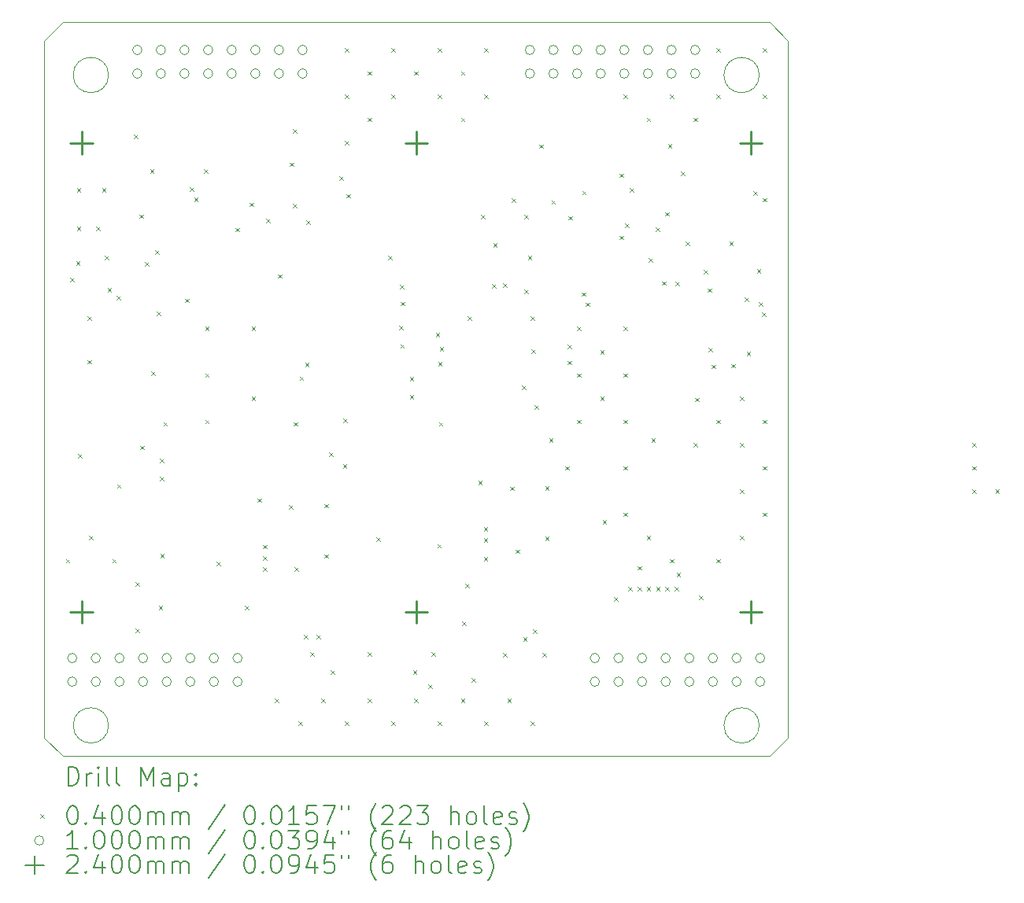
<source format=gbr>
%TF.GenerationSoftware,KiCad,Pcbnew,7.0.11*%
%TF.CreationDate,2024-12-11T15:28:43-03:00*%
%TF.ProjectId,Placa_DetectorParticulas,506c6163-615f-4446-9574-6563746f7250,rev?*%
%TF.SameCoordinates,Original*%
%TF.FileFunction,Drillmap*%
%TF.FilePolarity,Positive*%
%FSLAX45Y45*%
G04 Gerber Fmt 4.5, Leading zero omitted, Abs format (unit mm)*
G04 Created by KiCad (PCBNEW 7.0.11) date 2024-12-11 15:28:43*
%MOMM*%
%LPD*%
G01*
G04 APERTURE LIST*
%ADD10C,0.100000*%
%ADD11C,0.200000*%
%ADD12C,0.240000*%
G04 APERTURE END LIST*
D10*
X5200000Y-14600000D02*
X5000000Y-14400000D01*
X5000000Y-6900000D02*
X5200000Y-6700000D01*
X5000000Y-14400000D02*
X5000000Y-6900000D01*
X5200000Y-6700000D02*
X12800000Y-6700000D01*
X12690000Y-14270000D02*
G75*
G03*
X12310000Y-14270000I-190000J0D01*
G01*
X12310000Y-14270000D02*
G75*
G03*
X12690000Y-14270000I190000J0D01*
G01*
X12800000Y-14600000D02*
X5200000Y-14600000D01*
X5690000Y-7270000D02*
G75*
G03*
X5310000Y-7270000I-190000J0D01*
G01*
X5310000Y-7270000D02*
G75*
G03*
X5690000Y-7270000I190000J0D01*
G01*
X12800000Y-6700000D02*
X13000000Y-6900000D01*
X13000000Y-6900000D02*
X13000000Y-14400000D01*
X5690000Y-14270000D02*
G75*
G03*
X5310000Y-14270000I-190000J0D01*
G01*
X5310000Y-14270000D02*
G75*
G03*
X5690000Y-14270000I190000J0D01*
G01*
X12690000Y-7270000D02*
G75*
G03*
X12310000Y-7270000I-190000J0D01*
G01*
X12310000Y-7270000D02*
G75*
G03*
X12690000Y-7270000I190000J0D01*
G01*
X13000000Y-14400000D02*
X12800000Y-14600000D01*
D11*
D10*
X5230000Y-12480000D02*
X5270000Y-12520000D01*
X5270000Y-12480000D02*
X5230000Y-12520000D01*
X5280000Y-9450000D02*
X5320000Y-9490000D01*
X5320000Y-9450000D02*
X5280000Y-9490000D01*
X5341467Y-9275940D02*
X5381467Y-9315940D01*
X5381467Y-9275940D02*
X5341467Y-9315940D01*
X5350000Y-8485000D02*
X5390000Y-8525000D01*
X5390000Y-8485000D02*
X5350000Y-8525000D01*
X5350000Y-8905000D02*
X5390000Y-8945000D01*
X5390000Y-8905000D02*
X5350000Y-8945000D01*
X5360000Y-11350000D02*
X5400000Y-11390000D01*
X5400000Y-11350000D02*
X5360000Y-11390000D01*
X5461467Y-9865940D02*
X5501467Y-9905940D01*
X5501467Y-9865940D02*
X5461467Y-9905940D01*
X5461467Y-10335940D02*
X5501467Y-10375940D01*
X5501467Y-10335940D02*
X5461467Y-10375940D01*
X5480000Y-12230000D02*
X5520000Y-12270000D01*
X5520000Y-12230000D02*
X5480000Y-12270000D01*
X5555000Y-8905000D02*
X5595000Y-8945000D01*
X5595000Y-8905000D02*
X5555000Y-8945000D01*
X5620000Y-8485000D02*
X5660000Y-8525000D01*
X5660000Y-8485000D02*
X5620000Y-8525000D01*
X5651467Y-9215940D02*
X5691467Y-9255940D01*
X5691467Y-9215940D02*
X5651467Y-9255940D01*
X5680000Y-9560000D02*
X5720000Y-9600000D01*
X5720000Y-9560000D02*
X5680000Y-9600000D01*
X5730000Y-12480000D02*
X5770000Y-12520000D01*
X5770000Y-12480000D02*
X5730000Y-12520000D01*
X5776467Y-9645940D02*
X5816467Y-9685940D01*
X5816467Y-9645940D02*
X5776467Y-9685940D01*
X5780000Y-11675000D02*
X5820000Y-11715000D01*
X5820000Y-11675000D02*
X5780000Y-11715000D01*
X5962500Y-7910000D02*
X6002500Y-7950000D01*
X6002500Y-7910000D02*
X5962500Y-7950000D01*
X5980000Y-12730000D02*
X6020000Y-12770000D01*
X6020000Y-12730000D02*
X5980000Y-12770000D01*
X5980000Y-13230000D02*
X6020000Y-13270000D01*
X6020000Y-13230000D02*
X5980000Y-13270000D01*
X6022500Y-8770000D02*
X6062500Y-8810000D01*
X6062500Y-8770000D02*
X6022500Y-8810000D01*
X6030000Y-11260000D02*
X6070000Y-11300000D01*
X6070000Y-11260000D02*
X6030000Y-11300000D01*
X6080000Y-9280000D02*
X6120000Y-9320000D01*
X6120000Y-9280000D02*
X6080000Y-9320000D01*
X6137500Y-8280860D02*
X6177500Y-8320860D01*
X6177500Y-8280860D02*
X6137500Y-8320860D01*
X6150000Y-10460000D02*
X6190000Y-10500000D01*
X6190000Y-10460000D02*
X6150000Y-10500000D01*
X6191467Y-9155940D02*
X6231467Y-9195940D01*
X6231467Y-9155940D02*
X6191467Y-9195940D01*
X6211467Y-9815940D02*
X6251467Y-9855940D01*
X6251467Y-9815940D02*
X6211467Y-9855940D01*
X6230000Y-12980000D02*
X6270000Y-13020000D01*
X6270000Y-12980000D02*
X6230000Y-13020000D01*
X6245000Y-11400000D02*
X6285000Y-11440000D01*
X6285000Y-11400000D02*
X6245000Y-11440000D01*
X6245000Y-11595000D02*
X6285000Y-11635000D01*
X6285000Y-11595000D02*
X6245000Y-11635000D01*
X6246250Y-12426250D02*
X6286250Y-12466250D01*
X6286250Y-12426250D02*
X6246250Y-12466250D01*
X6280000Y-11005000D02*
X6320000Y-11045000D01*
X6320000Y-11005000D02*
X6280000Y-11045000D01*
X6511467Y-9675940D02*
X6551467Y-9715940D01*
X6551467Y-9675940D02*
X6511467Y-9715940D01*
X6562500Y-8480000D02*
X6602500Y-8520000D01*
X6602500Y-8480000D02*
X6562500Y-8520000D01*
X6610000Y-8590000D02*
X6650000Y-8630000D01*
X6650000Y-8590000D02*
X6610000Y-8630000D01*
X6717500Y-8280860D02*
X6757500Y-8320860D01*
X6757500Y-8280860D02*
X6717500Y-8320860D01*
X6730000Y-9980000D02*
X6770000Y-10020000D01*
X6770000Y-9980000D02*
X6730000Y-10020000D01*
X6730000Y-10480000D02*
X6770000Y-10520000D01*
X6770000Y-10480000D02*
X6730000Y-10520000D01*
X6730000Y-10980000D02*
X6770000Y-11020000D01*
X6770000Y-10980000D02*
X6730000Y-11020000D01*
X6852500Y-12507500D02*
X6892500Y-12547500D01*
X6892500Y-12507500D02*
X6852500Y-12547500D01*
X7055000Y-8914620D02*
X7095000Y-8954620D01*
X7095000Y-8914620D02*
X7055000Y-8954620D01*
X7156050Y-12983950D02*
X7196050Y-13023950D01*
X7196050Y-12983950D02*
X7156050Y-13023950D01*
X7205000Y-8644620D02*
X7245000Y-8684620D01*
X7245000Y-8644620D02*
X7205000Y-8684620D01*
X7230000Y-9980000D02*
X7270000Y-10020000D01*
X7270000Y-9980000D02*
X7230000Y-10020000D01*
X7230000Y-10730000D02*
X7270000Y-10770000D01*
X7270000Y-10730000D02*
X7230000Y-10770000D01*
X7292500Y-11827500D02*
X7332500Y-11867500D01*
X7332500Y-11827500D02*
X7292500Y-11867500D01*
X7352500Y-12327500D02*
X7392500Y-12367500D01*
X7392500Y-12327500D02*
X7352500Y-12367500D01*
X7352500Y-12447500D02*
X7392500Y-12487500D01*
X7392500Y-12447500D02*
X7352500Y-12487500D01*
X7352500Y-12567500D02*
X7392500Y-12607500D01*
X7392500Y-12567500D02*
X7352500Y-12607500D01*
X7385000Y-8814620D02*
X7425000Y-8854620D01*
X7425000Y-8814620D02*
X7385000Y-8854620D01*
X7480000Y-13980000D02*
X7520000Y-14020000D01*
X7520000Y-13980000D02*
X7480000Y-14020000D01*
X7515000Y-9414620D02*
X7555000Y-9454620D01*
X7555000Y-9414620D02*
X7515000Y-9454620D01*
X7632500Y-11900000D02*
X7672500Y-11940000D01*
X7672500Y-11900000D02*
X7632500Y-11940000D01*
X7637500Y-8212500D02*
X7677500Y-8252500D01*
X7677500Y-8212500D02*
X7637500Y-8252500D01*
X7675000Y-7854620D02*
X7715000Y-7894620D01*
X7715000Y-7854620D02*
X7675000Y-7894620D01*
X7675000Y-8654620D02*
X7715000Y-8694620D01*
X7715000Y-8654620D02*
X7675000Y-8694620D01*
X7680000Y-11005000D02*
X7720000Y-11045000D01*
X7720000Y-11005000D02*
X7680000Y-11045000D01*
X7692500Y-12567500D02*
X7732500Y-12607500D01*
X7732500Y-12567500D02*
X7692500Y-12607500D01*
X7730000Y-14230000D02*
X7770000Y-14270000D01*
X7770000Y-14230000D02*
X7730000Y-14270000D01*
X7745000Y-10515000D02*
X7785000Y-10555000D01*
X7785000Y-10515000D02*
X7745000Y-10555000D01*
X7795000Y-13295000D02*
X7835000Y-13335000D01*
X7835000Y-13295000D02*
X7795000Y-13335000D01*
X7805025Y-10366888D02*
X7845025Y-10406888D01*
X7845025Y-10366888D02*
X7805025Y-10406888D01*
X7815000Y-8834620D02*
X7855000Y-8874620D01*
X7855000Y-8834620D02*
X7815000Y-8874620D01*
X7860000Y-13485000D02*
X7900000Y-13525000D01*
X7900000Y-13485000D02*
X7860000Y-13525000D01*
X7930000Y-13295000D02*
X7970000Y-13335000D01*
X7970000Y-13295000D02*
X7930000Y-13335000D01*
X7980000Y-13980000D02*
X8020000Y-14020000D01*
X8020000Y-13980000D02*
X7980000Y-14020000D01*
X8012500Y-11887500D02*
X8052500Y-11927500D01*
X8052500Y-11887500D02*
X8012500Y-11927500D01*
X8012500Y-12427500D02*
X8052500Y-12467500D01*
X8052500Y-12427500D02*
X8012500Y-12467500D01*
X8065025Y-11331888D02*
X8105025Y-11371888D01*
X8105025Y-11331888D02*
X8065025Y-11371888D01*
X8080000Y-13675000D02*
X8120000Y-13715000D01*
X8120000Y-13675000D02*
X8080000Y-13715000D01*
X8170000Y-8360000D02*
X8210000Y-8400000D01*
X8210000Y-8360000D02*
X8170000Y-8400000D01*
X8210025Y-11456888D02*
X8250025Y-11496888D01*
X8250025Y-11456888D02*
X8210025Y-11496888D01*
X8215025Y-10966888D02*
X8255025Y-11006888D01*
X8255025Y-10966888D02*
X8215025Y-11006888D01*
X8230000Y-6980000D02*
X8270000Y-7020000D01*
X8270000Y-6980000D02*
X8230000Y-7020000D01*
X8230000Y-7480000D02*
X8270000Y-7520000D01*
X8270000Y-7480000D02*
X8230000Y-7520000D01*
X8230000Y-7980000D02*
X8270000Y-8020000D01*
X8270000Y-7980000D02*
X8230000Y-8020000D01*
X8230000Y-14230000D02*
X8270000Y-14270000D01*
X8270000Y-14230000D02*
X8230000Y-14270000D01*
X8250000Y-8550000D02*
X8290000Y-8590000D01*
X8290000Y-8550000D02*
X8250000Y-8590000D01*
X8480000Y-7230000D02*
X8520000Y-7270000D01*
X8520000Y-7230000D02*
X8480000Y-7270000D01*
X8480000Y-7730000D02*
X8520000Y-7770000D01*
X8520000Y-7730000D02*
X8480000Y-7770000D01*
X8480000Y-13485000D02*
X8520000Y-13525000D01*
X8520000Y-13485000D02*
X8480000Y-13525000D01*
X8480000Y-13980000D02*
X8520000Y-14020000D01*
X8520000Y-13980000D02*
X8480000Y-14020000D01*
X8572500Y-12247500D02*
X8612500Y-12287500D01*
X8612500Y-12247500D02*
X8572500Y-12287500D01*
X8695000Y-9217170D02*
X8735000Y-9257170D01*
X8735000Y-9217170D02*
X8695000Y-9257170D01*
X8730000Y-6980000D02*
X8770000Y-7020000D01*
X8770000Y-6980000D02*
X8730000Y-7020000D01*
X8730000Y-7480000D02*
X8770000Y-7520000D01*
X8770000Y-7480000D02*
X8730000Y-7520000D01*
X8730000Y-14230000D02*
X8770000Y-14270000D01*
X8770000Y-14230000D02*
X8730000Y-14270000D01*
X8815000Y-9967170D02*
X8855000Y-10007170D01*
X8855000Y-9967170D02*
X8815000Y-10007170D01*
X8825000Y-9527170D02*
X8865000Y-9567170D01*
X8865000Y-9527170D02*
X8825000Y-9567170D01*
X8830000Y-10166888D02*
X8870000Y-10206888D01*
X8870000Y-10166888D02*
X8830000Y-10206888D01*
X8835000Y-9710000D02*
X8875000Y-9750000D01*
X8875000Y-9710000D02*
X8835000Y-9750000D01*
X8930025Y-10521888D02*
X8970025Y-10561888D01*
X8970025Y-10521888D02*
X8930025Y-10561888D01*
X8930025Y-10711888D02*
X8970025Y-10751888D01*
X8970025Y-10711888D02*
X8930025Y-10751888D01*
X8965000Y-13675000D02*
X9005000Y-13715000D01*
X9005000Y-13675000D02*
X8965000Y-13715000D01*
X8980000Y-7230000D02*
X9020000Y-7270000D01*
X9020000Y-7230000D02*
X8980000Y-7270000D01*
X8980000Y-13980000D02*
X9020000Y-14020000D01*
X9020000Y-13980000D02*
X8980000Y-14020000D01*
X9130000Y-13830000D02*
X9170000Y-13870000D01*
X9170000Y-13830000D02*
X9130000Y-13870000D01*
X9165000Y-13485000D02*
X9205000Y-13525000D01*
X9205000Y-13485000D02*
X9165000Y-13525000D01*
X9210000Y-10045000D02*
X9250000Y-10085000D01*
X9250000Y-10045000D02*
X9210000Y-10085000D01*
X9227500Y-12317500D02*
X9267500Y-12357500D01*
X9267500Y-12317500D02*
X9227500Y-12357500D01*
X9230000Y-6980000D02*
X9270000Y-7020000D01*
X9270000Y-6980000D02*
X9230000Y-7020000D01*
X9230000Y-7480000D02*
X9270000Y-7520000D01*
X9270000Y-7480000D02*
X9230000Y-7520000D01*
X9230000Y-14230000D02*
X9270000Y-14270000D01*
X9270000Y-14230000D02*
X9230000Y-14270000D01*
X9235000Y-10357500D02*
X9275000Y-10397500D01*
X9275000Y-10357500D02*
X9235000Y-10397500D01*
X9245000Y-11005000D02*
X9285000Y-11045000D01*
X9285000Y-11005000D02*
X9245000Y-11045000D01*
X9252513Y-10194340D02*
X9292513Y-10234340D01*
X9292513Y-10194340D02*
X9252513Y-10234340D01*
X9480000Y-7230000D02*
X9520000Y-7270000D01*
X9520000Y-7230000D02*
X9480000Y-7270000D01*
X9480000Y-7730000D02*
X9520000Y-7770000D01*
X9520000Y-7730000D02*
X9480000Y-7770000D01*
X9480000Y-13980000D02*
X9520000Y-14020000D01*
X9520000Y-13980000D02*
X9480000Y-14020000D01*
X9495000Y-13155000D02*
X9535000Y-13195000D01*
X9535000Y-13155000D02*
X9495000Y-13195000D01*
X9527500Y-12747500D02*
X9567500Y-12787500D01*
X9567500Y-12747500D02*
X9527500Y-12787500D01*
X9550000Y-9865000D02*
X9590000Y-9905000D01*
X9590000Y-9865000D02*
X9550000Y-9905000D01*
X9595000Y-13760000D02*
X9635000Y-13800000D01*
X9635000Y-13760000D02*
X9595000Y-13800000D01*
X9667500Y-11637500D02*
X9707500Y-11677500D01*
X9707500Y-11637500D02*
X9667500Y-11677500D01*
X9697170Y-8772170D02*
X9737170Y-8812170D01*
X9737170Y-8772170D02*
X9697170Y-8812170D01*
X9727500Y-12137500D02*
X9767500Y-12177500D01*
X9767500Y-12137500D02*
X9727500Y-12177500D01*
X9727500Y-12257500D02*
X9767500Y-12297500D01*
X9767500Y-12257500D02*
X9727500Y-12297500D01*
X9727500Y-12460000D02*
X9767500Y-12500000D01*
X9767500Y-12460000D02*
X9727500Y-12500000D01*
X9730000Y-6980000D02*
X9770000Y-7020000D01*
X9770000Y-6980000D02*
X9730000Y-7020000D01*
X9730000Y-7480000D02*
X9770000Y-7520000D01*
X9770000Y-7480000D02*
X9730000Y-7520000D01*
X9730000Y-14230000D02*
X9770000Y-14270000D01*
X9770000Y-14230000D02*
X9730000Y-14270000D01*
X9814670Y-9522170D02*
X9854670Y-9562170D01*
X9854670Y-9522170D02*
X9814670Y-9562170D01*
X9827170Y-9082170D02*
X9867170Y-9122170D01*
X9867170Y-9082170D02*
X9827170Y-9122170D01*
X9935000Y-9510000D02*
X9975000Y-9550000D01*
X9975000Y-9510000D02*
X9935000Y-9550000D01*
X9935000Y-13490000D02*
X9975000Y-13530000D01*
X9975000Y-13490000D02*
X9935000Y-13530000D01*
X9980000Y-13980000D02*
X10020000Y-14020000D01*
X10020000Y-13980000D02*
X9980000Y-14020000D01*
X10007500Y-11700000D02*
X10047500Y-11740000D01*
X10047500Y-11700000D02*
X10007500Y-11740000D01*
X10025000Y-8597880D02*
X10065000Y-8637880D01*
X10065000Y-8597880D02*
X10025000Y-8637880D01*
X10067500Y-12377500D02*
X10107500Y-12417500D01*
X10107500Y-12377500D02*
X10067500Y-12417500D01*
X10140000Y-10610000D02*
X10180000Y-10650000D01*
X10180000Y-10610000D02*
X10140000Y-10650000D01*
X10150000Y-13320000D02*
X10190000Y-13360000D01*
X10190000Y-13320000D02*
X10150000Y-13360000D01*
X10165000Y-8777880D02*
X10205000Y-8817880D01*
X10205000Y-8777880D02*
X10165000Y-8817880D01*
X10165000Y-9577880D02*
X10205000Y-9617880D01*
X10205000Y-9577880D02*
X10165000Y-9617880D01*
X10200000Y-9215000D02*
X10240000Y-9255000D01*
X10240000Y-9215000D02*
X10200000Y-9255000D01*
X10230000Y-9870000D02*
X10270000Y-9910000D01*
X10270000Y-9870000D02*
X10230000Y-9910000D01*
X10230000Y-14230000D02*
X10270000Y-14270000D01*
X10270000Y-14230000D02*
X10230000Y-14270000D01*
X10240000Y-10220000D02*
X10280000Y-10260000D01*
X10280000Y-10220000D02*
X10240000Y-10260000D01*
X10255000Y-13235000D02*
X10295000Y-13275000D01*
X10295000Y-13235000D02*
X10255000Y-13275000D01*
X10275000Y-10825000D02*
X10315000Y-10865000D01*
X10315000Y-10825000D02*
X10275000Y-10865000D01*
X10325000Y-8017880D02*
X10365000Y-8057880D01*
X10365000Y-8017880D02*
X10325000Y-8057880D01*
X10355000Y-13490000D02*
X10395000Y-13530000D01*
X10395000Y-13490000D02*
X10355000Y-13530000D01*
X10387500Y-11697500D02*
X10427500Y-11737500D01*
X10427500Y-11697500D02*
X10387500Y-11737500D01*
X10387500Y-12237500D02*
X10427500Y-12277500D01*
X10427500Y-12237500D02*
X10387500Y-12277500D01*
X10430000Y-11180000D02*
X10470000Y-11220000D01*
X10470000Y-11180000D02*
X10430000Y-11220000D01*
X10455000Y-8617880D02*
X10495000Y-8657880D01*
X10495000Y-8617880D02*
X10455000Y-8657880D01*
X10605000Y-11480000D02*
X10645000Y-11520000D01*
X10645000Y-11480000D02*
X10605000Y-11520000D01*
X10630000Y-10175000D02*
X10670000Y-10215000D01*
X10670000Y-10175000D02*
X10630000Y-10215000D01*
X10630000Y-10345000D02*
X10670000Y-10385000D01*
X10670000Y-10345000D02*
X10630000Y-10385000D01*
X10635000Y-8787880D02*
X10675000Y-8827880D01*
X10675000Y-8787880D02*
X10635000Y-8827880D01*
X10730000Y-9980000D02*
X10770000Y-10020000D01*
X10770000Y-9980000D02*
X10730000Y-10020000D01*
X10730000Y-10480000D02*
X10770000Y-10520000D01*
X10770000Y-10480000D02*
X10730000Y-10520000D01*
X10730000Y-10980000D02*
X10770000Y-11020000D01*
X10770000Y-10980000D02*
X10730000Y-11020000D01*
X10780000Y-9610000D02*
X10820000Y-9650000D01*
X10820000Y-9610000D02*
X10780000Y-9650000D01*
X10785000Y-8517880D02*
X10825000Y-8557880D01*
X10825000Y-8517880D02*
X10785000Y-8557880D01*
X10820000Y-9720000D02*
X10860000Y-9760000D01*
X10860000Y-9720000D02*
X10820000Y-9760000D01*
X10980000Y-10230000D02*
X11020000Y-10270000D01*
X11020000Y-10230000D02*
X10980000Y-10270000D01*
X10980000Y-10730000D02*
X11020000Y-10770000D01*
X11020000Y-10730000D02*
X10980000Y-10770000D01*
X11005000Y-12057500D02*
X11045000Y-12097500D01*
X11045000Y-12057500D02*
X11005000Y-12097500D01*
X11125000Y-12890000D02*
X11165000Y-12930000D01*
X11165000Y-12890000D02*
X11125000Y-12930000D01*
X11185000Y-9000000D02*
X11225000Y-9040000D01*
X11225000Y-9000000D02*
X11185000Y-9040000D01*
X11187500Y-8330000D02*
X11227500Y-8370000D01*
X11227500Y-8330000D02*
X11187500Y-8370000D01*
X11230000Y-7480000D02*
X11270000Y-7520000D01*
X11270000Y-7480000D02*
X11230000Y-7520000D01*
X11230000Y-9980000D02*
X11270000Y-10020000D01*
X11270000Y-9980000D02*
X11230000Y-10020000D01*
X11230000Y-10480000D02*
X11270000Y-10520000D01*
X11270000Y-10480000D02*
X11230000Y-10520000D01*
X11230000Y-10980000D02*
X11270000Y-11020000D01*
X11270000Y-10980000D02*
X11230000Y-11020000D01*
X11230000Y-11480000D02*
X11270000Y-11520000D01*
X11270000Y-11480000D02*
X11230000Y-11520000D01*
X11230000Y-11980000D02*
X11270000Y-12020000D01*
X11270000Y-11980000D02*
X11230000Y-12020000D01*
X11247500Y-8870000D02*
X11287500Y-8910000D01*
X11287500Y-8870000D02*
X11247500Y-8910000D01*
X11280000Y-12780000D02*
X11320000Y-12820000D01*
X11320000Y-12780000D02*
X11280000Y-12820000D01*
X11297500Y-8489000D02*
X11337500Y-8529000D01*
X11337500Y-8489000D02*
X11297500Y-8529000D01*
X11379000Y-12555000D02*
X11419000Y-12595000D01*
X11419000Y-12555000D02*
X11379000Y-12595000D01*
X11380000Y-12780000D02*
X11420000Y-12820000D01*
X11420000Y-12780000D02*
X11380000Y-12820000D01*
X11480000Y-7730000D02*
X11520000Y-7770000D01*
X11520000Y-7730000D02*
X11480000Y-7770000D01*
X11480000Y-12230000D02*
X11520000Y-12270000D01*
X11520000Y-12230000D02*
X11480000Y-12270000D01*
X11480000Y-12780000D02*
X11520000Y-12820000D01*
X11520000Y-12780000D02*
X11480000Y-12820000D01*
X11497500Y-9240000D02*
X11537500Y-9280000D01*
X11537500Y-9240000D02*
X11497500Y-9280000D01*
X11530000Y-11180000D02*
X11570000Y-11220000D01*
X11570000Y-11180000D02*
X11530000Y-11220000D01*
X11577500Y-8909000D02*
X11617500Y-8949000D01*
X11617500Y-8909000D02*
X11577500Y-8949000D01*
X11580000Y-12780000D02*
X11620000Y-12820000D01*
X11620000Y-12780000D02*
X11580000Y-12820000D01*
X11645000Y-9490000D02*
X11685000Y-9530000D01*
X11685000Y-9490000D02*
X11645000Y-9530000D01*
X11677500Y-8745000D02*
X11717500Y-8785000D01*
X11717500Y-8745000D02*
X11677500Y-8785000D01*
X11680000Y-12780000D02*
X11720000Y-12820000D01*
X11720000Y-12780000D02*
X11680000Y-12820000D01*
X11707500Y-8010000D02*
X11747500Y-8050000D01*
X11747500Y-8010000D02*
X11707500Y-8050000D01*
X11730000Y-7480000D02*
X11770000Y-7520000D01*
X11770000Y-7480000D02*
X11730000Y-7520000D01*
X11730000Y-12480000D02*
X11770000Y-12520000D01*
X11770000Y-12480000D02*
X11730000Y-12520000D01*
X11780000Y-12780000D02*
X11820000Y-12820000D01*
X11820000Y-12780000D02*
X11780000Y-12820000D01*
X11788750Y-9493750D02*
X11828750Y-9533750D01*
X11828750Y-9493750D02*
X11788750Y-9533750D01*
X11800000Y-12630000D02*
X11840000Y-12670000D01*
X11840000Y-12630000D02*
X11800000Y-12670000D01*
X11847500Y-8310000D02*
X11887500Y-8350000D01*
X11887500Y-8310000D02*
X11847500Y-8350000D01*
X11897500Y-9060000D02*
X11937500Y-9100000D01*
X11937500Y-9060000D02*
X11897500Y-9100000D01*
X11980000Y-7730000D02*
X12020000Y-7770000D01*
X12020000Y-7730000D02*
X11980000Y-7770000D01*
X11980000Y-11230000D02*
X12020000Y-11270000D01*
X12020000Y-11230000D02*
X11980000Y-11270000D01*
X12001600Y-10743400D02*
X12041600Y-10783400D01*
X12041600Y-10743400D02*
X12001600Y-10783400D01*
X12040000Y-12870000D02*
X12080000Y-12910000D01*
X12080000Y-12870000D02*
X12040000Y-12910000D01*
X12091600Y-9365000D02*
X12131600Y-9405000D01*
X12131600Y-9365000D02*
X12091600Y-9405000D01*
X12135000Y-9566800D02*
X12175000Y-9606800D01*
X12175000Y-9566800D02*
X12135000Y-9606800D01*
X12145000Y-10206800D02*
X12185000Y-10246800D01*
X12185000Y-10206800D02*
X12145000Y-10246800D01*
X12175000Y-10386800D02*
X12215000Y-10426800D01*
X12215000Y-10386800D02*
X12175000Y-10426800D01*
X12230000Y-6980000D02*
X12270000Y-7020000D01*
X12270000Y-6980000D02*
X12230000Y-7020000D01*
X12230000Y-7480000D02*
X12270000Y-7520000D01*
X12270000Y-7480000D02*
X12230000Y-7520000D01*
X12230000Y-10980000D02*
X12270000Y-11020000D01*
X12270000Y-10980000D02*
X12230000Y-11020000D01*
X12230000Y-12480000D02*
X12270000Y-12520000D01*
X12270000Y-12480000D02*
X12230000Y-12520000D01*
X12367500Y-9060000D02*
X12407500Y-9100000D01*
X12407500Y-9060000D02*
X12367500Y-9100000D01*
X12390000Y-10380000D02*
X12430000Y-10420000D01*
X12430000Y-10380000D02*
X12390000Y-10420000D01*
X12480000Y-10730000D02*
X12520000Y-10770000D01*
X12520000Y-10730000D02*
X12480000Y-10770000D01*
X12480000Y-11230000D02*
X12520000Y-11270000D01*
X12520000Y-11230000D02*
X12480000Y-11270000D01*
X12480000Y-11730000D02*
X12520000Y-11770000D01*
X12520000Y-11730000D02*
X12480000Y-11770000D01*
X12480000Y-12230000D02*
X12520000Y-12270000D01*
X12520000Y-12230000D02*
X12480000Y-12270000D01*
X12535000Y-9666800D02*
X12575000Y-9706800D01*
X12575000Y-9666800D02*
X12535000Y-9706800D01*
X12555000Y-10246800D02*
X12595000Y-10286800D01*
X12595000Y-10246800D02*
X12555000Y-10286800D01*
X12627500Y-8524000D02*
X12667500Y-8564000D01*
X12667500Y-8524000D02*
X12627500Y-8564000D01*
X12665000Y-9356800D02*
X12705000Y-9396800D01*
X12705000Y-9356800D02*
X12665000Y-9396800D01*
X12685000Y-9716800D02*
X12725000Y-9756800D01*
X12725000Y-9716800D02*
X12685000Y-9756800D01*
X12720000Y-9825000D02*
X12760000Y-9865000D01*
X12760000Y-9825000D02*
X12720000Y-9865000D01*
X12725000Y-8592500D02*
X12765000Y-8632500D01*
X12765000Y-8592500D02*
X12725000Y-8632500D01*
X12730000Y-6980000D02*
X12770000Y-7020000D01*
X12770000Y-6980000D02*
X12730000Y-7020000D01*
X12730000Y-7480000D02*
X12770000Y-7520000D01*
X12770000Y-7480000D02*
X12730000Y-7520000D01*
X12730000Y-10980000D02*
X12770000Y-11020000D01*
X12770000Y-10980000D02*
X12730000Y-11020000D01*
X12730000Y-11480000D02*
X12770000Y-11520000D01*
X12770000Y-11480000D02*
X12730000Y-11520000D01*
X12730000Y-11980000D02*
X12770000Y-12020000D01*
X12770000Y-11980000D02*
X12730000Y-12020000D01*
X14980000Y-11230000D02*
X15020000Y-11270000D01*
X15020000Y-11230000D02*
X14980000Y-11270000D01*
X14980000Y-11480000D02*
X15020000Y-11520000D01*
X15020000Y-11480000D02*
X14980000Y-11520000D01*
X14980000Y-11730000D02*
X15020000Y-11770000D01*
X15020000Y-11730000D02*
X14980000Y-11770000D01*
X15230000Y-11730000D02*
X15270000Y-11770000D01*
X15270000Y-11730000D02*
X15230000Y-11770000D01*
X5350000Y-13546000D02*
G75*
G03*
X5250000Y-13546000I-50000J0D01*
G01*
X5250000Y-13546000D02*
G75*
G03*
X5350000Y-13546000I50000J0D01*
G01*
X5350000Y-13800000D02*
G75*
G03*
X5250000Y-13800000I-50000J0D01*
G01*
X5250000Y-13800000D02*
G75*
G03*
X5350000Y-13800000I50000J0D01*
G01*
X5604000Y-13546000D02*
G75*
G03*
X5504000Y-13546000I-50000J0D01*
G01*
X5504000Y-13546000D02*
G75*
G03*
X5604000Y-13546000I50000J0D01*
G01*
X5604000Y-13800000D02*
G75*
G03*
X5504000Y-13800000I-50000J0D01*
G01*
X5504000Y-13800000D02*
G75*
G03*
X5604000Y-13800000I50000J0D01*
G01*
X5858000Y-13546000D02*
G75*
G03*
X5758000Y-13546000I-50000J0D01*
G01*
X5758000Y-13546000D02*
G75*
G03*
X5858000Y-13546000I50000J0D01*
G01*
X5858000Y-13800000D02*
G75*
G03*
X5758000Y-13800000I-50000J0D01*
G01*
X5758000Y-13800000D02*
G75*
G03*
X5858000Y-13800000I50000J0D01*
G01*
X6050000Y-7000000D02*
G75*
G03*
X5950000Y-7000000I-50000J0D01*
G01*
X5950000Y-7000000D02*
G75*
G03*
X6050000Y-7000000I50000J0D01*
G01*
X6050000Y-7254000D02*
G75*
G03*
X5950000Y-7254000I-50000J0D01*
G01*
X5950000Y-7254000D02*
G75*
G03*
X6050000Y-7254000I50000J0D01*
G01*
X6112000Y-13546000D02*
G75*
G03*
X6012000Y-13546000I-50000J0D01*
G01*
X6012000Y-13546000D02*
G75*
G03*
X6112000Y-13546000I50000J0D01*
G01*
X6112000Y-13800000D02*
G75*
G03*
X6012000Y-13800000I-50000J0D01*
G01*
X6012000Y-13800000D02*
G75*
G03*
X6112000Y-13800000I50000J0D01*
G01*
X6304000Y-7000000D02*
G75*
G03*
X6204000Y-7000000I-50000J0D01*
G01*
X6204000Y-7000000D02*
G75*
G03*
X6304000Y-7000000I50000J0D01*
G01*
X6304000Y-7254000D02*
G75*
G03*
X6204000Y-7254000I-50000J0D01*
G01*
X6204000Y-7254000D02*
G75*
G03*
X6304000Y-7254000I50000J0D01*
G01*
X6366000Y-13546000D02*
G75*
G03*
X6266000Y-13546000I-50000J0D01*
G01*
X6266000Y-13546000D02*
G75*
G03*
X6366000Y-13546000I50000J0D01*
G01*
X6366000Y-13800000D02*
G75*
G03*
X6266000Y-13800000I-50000J0D01*
G01*
X6266000Y-13800000D02*
G75*
G03*
X6366000Y-13800000I50000J0D01*
G01*
X6558000Y-7000000D02*
G75*
G03*
X6458000Y-7000000I-50000J0D01*
G01*
X6458000Y-7000000D02*
G75*
G03*
X6558000Y-7000000I50000J0D01*
G01*
X6558000Y-7254000D02*
G75*
G03*
X6458000Y-7254000I-50000J0D01*
G01*
X6458000Y-7254000D02*
G75*
G03*
X6558000Y-7254000I50000J0D01*
G01*
X6620000Y-13546000D02*
G75*
G03*
X6520000Y-13546000I-50000J0D01*
G01*
X6520000Y-13546000D02*
G75*
G03*
X6620000Y-13546000I50000J0D01*
G01*
X6620000Y-13800000D02*
G75*
G03*
X6520000Y-13800000I-50000J0D01*
G01*
X6520000Y-13800000D02*
G75*
G03*
X6620000Y-13800000I50000J0D01*
G01*
X6812000Y-7000000D02*
G75*
G03*
X6712000Y-7000000I-50000J0D01*
G01*
X6712000Y-7000000D02*
G75*
G03*
X6812000Y-7000000I50000J0D01*
G01*
X6812000Y-7254000D02*
G75*
G03*
X6712000Y-7254000I-50000J0D01*
G01*
X6712000Y-7254000D02*
G75*
G03*
X6812000Y-7254000I50000J0D01*
G01*
X6874000Y-13546000D02*
G75*
G03*
X6774000Y-13546000I-50000J0D01*
G01*
X6774000Y-13546000D02*
G75*
G03*
X6874000Y-13546000I50000J0D01*
G01*
X6874000Y-13800000D02*
G75*
G03*
X6774000Y-13800000I-50000J0D01*
G01*
X6774000Y-13800000D02*
G75*
G03*
X6874000Y-13800000I50000J0D01*
G01*
X7066000Y-7000000D02*
G75*
G03*
X6966000Y-7000000I-50000J0D01*
G01*
X6966000Y-7000000D02*
G75*
G03*
X7066000Y-7000000I50000J0D01*
G01*
X7066000Y-7254000D02*
G75*
G03*
X6966000Y-7254000I-50000J0D01*
G01*
X6966000Y-7254000D02*
G75*
G03*
X7066000Y-7254000I50000J0D01*
G01*
X7128000Y-13546000D02*
G75*
G03*
X7028000Y-13546000I-50000J0D01*
G01*
X7028000Y-13546000D02*
G75*
G03*
X7128000Y-13546000I50000J0D01*
G01*
X7128000Y-13800000D02*
G75*
G03*
X7028000Y-13800000I-50000J0D01*
G01*
X7028000Y-13800000D02*
G75*
G03*
X7128000Y-13800000I50000J0D01*
G01*
X7320000Y-7000000D02*
G75*
G03*
X7220000Y-7000000I-50000J0D01*
G01*
X7220000Y-7000000D02*
G75*
G03*
X7320000Y-7000000I50000J0D01*
G01*
X7320000Y-7254000D02*
G75*
G03*
X7220000Y-7254000I-50000J0D01*
G01*
X7220000Y-7254000D02*
G75*
G03*
X7320000Y-7254000I50000J0D01*
G01*
X7574000Y-7000000D02*
G75*
G03*
X7474000Y-7000000I-50000J0D01*
G01*
X7474000Y-7000000D02*
G75*
G03*
X7574000Y-7000000I50000J0D01*
G01*
X7574000Y-7254000D02*
G75*
G03*
X7474000Y-7254000I-50000J0D01*
G01*
X7474000Y-7254000D02*
G75*
G03*
X7574000Y-7254000I50000J0D01*
G01*
X7828000Y-7000000D02*
G75*
G03*
X7728000Y-7000000I-50000J0D01*
G01*
X7728000Y-7000000D02*
G75*
G03*
X7828000Y-7000000I50000J0D01*
G01*
X7828000Y-7254000D02*
G75*
G03*
X7728000Y-7254000I-50000J0D01*
G01*
X7728000Y-7254000D02*
G75*
G03*
X7828000Y-7254000I50000J0D01*
G01*
X10272000Y-7000000D02*
G75*
G03*
X10172000Y-7000000I-50000J0D01*
G01*
X10172000Y-7000000D02*
G75*
G03*
X10272000Y-7000000I50000J0D01*
G01*
X10272000Y-7254000D02*
G75*
G03*
X10172000Y-7254000I-50000J0D01*
G01*
X10172000Y-7254000D02*
G75*
G03*
X10272000Y-7254000I50000J0D01*
G01*
X10526000Y-7000000D02*
G75*
G03*
X10426000Y-7000000I-50000J0D01*
G01*
X10426000Y-7000000D02*
G75*
G03*
X10526000Y-7000000I50000J0D01*
G01*
X10526000Y-7254000D02*
G75*
G03*
X10426000Y-7254000I-50000J0D01*
G01*
X10426000Y-7254000D02*
G75*
G03*
X10526000Y-7254000I50000J0D01*
G01*
X10780000Y-7000000D02*
G75*
G03*
X10680000Y-7000000I-50000J0D01*
G01*
X10680000Y-7000000D02*
G75*
G03*
X10780000Y-7000000I50000J0D01*
G01*
X10780000Y-7254000D02*
G75*
G03*
X10680000Y-7254000I-50000J0D01*
G01*
X10680000Y-7254000D02*
G75*
G03*
X10780000Y-7254000I50000J0D01*
G01*
X10972000Y-13546000D02*
G75*
G03*
X10872000Y-13546000I-50000J0D01*
G01*
X10872000Y-13546000D02*
G75*
G03*
X10972000Y-13546000I50000J0D01*
G01*
X10972000Y-13800000D02*
G75*
G03*
X10872000Y-13800000I-50000J0D01*
G01*
X10872000Y-13800000D02*
G75*
G03*
X10972000Y-13800000I50000J0D01*
G01*
X11034000Y-7000000D02*
G75*
G03*
X10934000Y-7000000I-50000J0D01*
G01*
X10934000Y-7000000D02*
G75*
G03*
X11034000Y-7000000I50000J0D01*
G01*
X11034000Y-7254000D02*
G75*
G03*
X10934000Y-7254000I-50000J0D01*
G01*
X10934000Y-7254000D02*
G75*
G03*
X11034000Y-7254000I50000J0D01*
G01*
X11226000Y-13546000D02*
G75*
G03*
X11126000Y-13546000I-50000J0D01*
G01*
X11126000Y-13546000D02*
G75*
G03*
X11226000Y-13546000I50000J0D01*
G01*
X11226000Y-13800000D02*
G75*
G03*
X11126000Y-13800000I-50000J0D01*
G01*
X11126000Y-13800000D02*
G75*
G03*
X11226000Y-13800000I50000J0D01*
G01*
X11288000Y-7000000D02*
G75*
G03*
X11188000Y-7000000I-50000J0D01*
G01*
X11188000Y-7000000D02*
G75*
G03*
X11288000Y-7000000I50000J0D01*
G01*
X11288000Y-7254000D02*
G75*
G03*
X11188000Y-7254000I-50000J0D01*
G01*
X11188000Y-7254000D02*
G75*
G03*
X11288000Y-7254000I50000J0D01*
G01*
X11480000Y-13546000D02*
G75*
G03*
X11380000Y-13546000I-50000J0D01*
G01*
X11380000Y-13546000D02*
G75*
G03*
X11480000Y-13546000I50000J0D01*
G01*
X11480000Y-13800000D02*
G75*
G03*
X11380000Y-13800000I-50000J0D01*
G01*
X11380000Y-13800000D02*
G75*
G03*
X11480000Y-13800000I50000J0D01*
G01*
X11542000Y-7000000D02*
G75*
G03*
X11442000Y-7000000I-50000J0D01*
G01*
X11442000Y-7000000D02*
G75*
G03*
X11542000Y-7000000I50000J0D01*
G01*
X11542000Y-7254000D02*
G75*
G03*
X11442000Y-7254000I-50000J0D01*
G01*
X11442000Y-7254000D02*
G75*
G03*
X11542000Y-7254000I50000J0D01*
G01*
X11734000Y-13546000D02*
G75*
G03*
X11634000Y-13546000I-50000J0D01*
G01*
X11634000Y-13546000D02*
G75*
G03*
X11734000Y-13546000I50000J0D01*
G01*
X11734000Y-13800000D02*
G75*
G03*
X11634000Y-13800000I-50000J0D01*
G01*
X11634000Y-13800000D02*
G75*
G03*
X11734000Y-13800000I50000J0D01*
G01*
X11796000Y-7000000D02*
G75*
G03*
X11696000Y-7000000I-50000J0D01*
G01*
X11696000Y-7000000D02*
G75*
G03*
X11796000Y-7000000I50000J0D01*
G01*
X11796000Y-7254000D02*
G75*
G03*
X11696000Y-7254000I-50000J0D01*
G01*
X11696000Y-7254000D02*
G75*
G03*
X11796000Y-7254000I50000J0D01*
G01*
X11988000Y-13546000D02*
G75*
G03*
X11888000Y-13546000I-50000J0D01*
G01*
X11888000Y-13546000D02*
G75*
G03*
X11988000Y-13546000I50000J0D01*
G01*
X11988000Y-13800000D02*
G75*
G03*
X11888000Y-13800000I-50000J0D01*
G01*
X11888000Y-13800000D02*
G75*
G03*
X11988000Y-13800000I50000J0D01*
G01*
X12050000Y-7000000D02*
G75*
G03*
X11950000Y-7000000I-50000J0D01*
G01*
X11950000Y-7000000D02*
G75*
G03*
X12050000Y-7000000I50000J0D01*
G01*
X12050000Y-7254000D02*
G75*
G03*
X11950000Y-7254000I-50000J0D01*
G01*
X11950000Y-7254000D02*
G75*
G03*
X12050000Y-7254000I50000J0D01*
G01*
X12242000Y-13546000D02*
G75*
G03*
X12142000Y-13546000I-50000J0D01*
G01*
X12142000Y-13546000D02*
G75*
G03*
X12242000Y-13546000I50000J0D01*
G01*
X12242000Y-13800000D02*
G75*
G03*
X12142000Y-13800000I-50000J0D01*
G01*
X12142000Y-13800000D02*
G75*
G03*
X12242000Y-13800000I50000J0D01*
G01*
X12496000Y-13546000D02*
G75*
G03*
X12396000Y-13546000I-50000J0D01*
G01*
X12396000Y-13546000D02*
G75*
G03*
X12496000Y-13546000I50000J0D01*
G01*
X12496000Y-13800000D02*
G75*
G03*
X12396000Y-13800000I-50000J0D01*
G01*
X12396000Y-13800000D02*
G75*
G03*
X12496000Y-13800000I50000J0D01*
G01*
X12750000Y-13546000D02*
G75*
G03*
X12650000Y-13546000I-50000J0D01*
G01*
X12650000Y-13546000D02*
G75*
G03*
X12750000Y-13546000I50000J0D01*
G01*
X12750000Y-13800000D02*
G75*
G03*
X12650000Y-13800000I-50000J0D01*
G01*
X12650000Y-13800000D02*
G75*
G03*
X12750000Y-13800000I50000J0D01*
G01*
D12*
X5400000Y-7880000D02*
X5400000Y-8120000D01*
X5280000Y-8000000D02*
X5520000Y-8000000D01*
X5400000Y-12930000D02*
X5400000Y-13170000D01*
X5280000Y-13050000D02*
X5520000Y-13050000D01*
X9000000Y-7880000D02*
X9000000Y-8120000D01*
X8880000Y-8000000D02*
X9120000Y-8000000D01*
X9000000Y-12930000D02*
X9000000Y-13170000D01*
X8880000Y-13050000D02*
X9120000Y-13050000D01*
X12600000Y-7880000D02*
X12600000Y-8120000D01*
X12480000Y-8000000D02*
X12720000Y-8000000D01*
X12600000Y-12930000D02*
X12600000Y-13170000D01*
X12480000Y-13050000D02*
X12720000Y-13050000D01*
D11*
X5255777Y-14916484D02*
X5255777Y-14716484D01*
X5255777Y-14716484D02*
X5303396Y-14716484D01*
X5303396Y-14716484D02*
X5331967Y-14726008D01*
X5331967Y-14726008D02*
X5351015Y-14745055D01*
X5351015Y-14745055D02*
X5360539Y-14764103D01*
X5360539Y-14764103D02*
X5370063Y-14802198D01*
X5370063Y-14802198D02*
X5370063Y-14830769D01*
X5370063Y-14830769D02*
X5360539Y-14868865D01*
X5360539Y-14868865D02*
X5351015Y-14887912D01*
X5351015Y-14887912D02*
X5331967Y-14906960D01*
X5331967Y-14906960D02*
X5303396Y-14916484D01*
X5303396Y-14916484D02*
X5255777Y-14916484D01*
X5455777Y-14916484D02*
X5455777Y-14783150D01*
X5455777Y-14821246D02*
X5465301Y-14802198D01*
X5465301Y-14802198D02*
X5474824Y-14792674D01*
X5474824Y-14792674D02*
X5493872Y-14783150D01*
X5493872Y-14783150D02*
X5512920Y-14783150D01*
X5579586Y-14916484D02*
X5579586Y-14783150D01*
X5579586Y-14716484D02*
X5570063Y-14726008D01*
X5570063Y-14726008D02*
X5579586Y-14735531D01*
X5579586Y-14735531D02*
X5589110Y-14726008D01*
X5589110Y-14726008D02*
X5579586Y-14716484D01*
X5579586Y-14716484D02*
X5579586Y-14735531D01*
X5703396Y-14916484D02*
X5684348Y-14906960D01*
X5684348Y-14906960D02*
X5674824Y-14887912D01*
X5674824Y-14887912D02*
X5674824Y-14716484D01*
X5808158Y-14916484D02*
X5789110Y-14906960D01*
X5789110Y-14906960D02*
X5779586Y-14887912D01*
X5779586Y-14887912D02*
X5779586Y-14716484D01*
X6036729Y-14916484D02*
X6036729Y-14716484D01*
X6036729Y-14716484D02*
X6103396Y-14859341D01*
X6103396Y-14859341D02*
X6170062Y-14716484D01*
X6170062Y-14716484D02*
X6170062Y-14916484D01*
X6351015Y-14916484D02*
X6351015Y-14811722D01*
X6351015Y-14811722D02*
X6341491Y-14792674D01*
X6341491Y-14792674D02*
X6322443Y-14783150D01*
X6322443Y-14783150D02*
X6284348Y-14783150D01*
X6284348Y-14783150D02*
X6265301Y-14792674D01*
X6351015Y-14906960D02*
X6331967Y-14916484D01*
X6331967Y-14916484D02*
X6284348Y-14916484D01*
X6284348Y-14916484D02*
X6265301Y-14906960D01*
X6265301Y-14906960D02*
X6255777Y-14887912D01*
X6255777Y-14887912D02*
X6255777Y-14868865D01*
X6255777Y-14868865D02*
X6265301Y-14849817D01*
X6265301Y-14849817D02*
X6284348Y-14840293D01*
X6284348Y-14840293D02*
X6331967Y-14840293D01*
X6331967Y-14840293D02*
X6351015Y-14830769D01*
X6446253Y-14783150D02*
X6446253Y-14983150D01*
X6446253Y-14792674D02*
X6465301Y-14783150D01*
X6465301Y-14783150D02*
X6503396Y-14783150D01*
X6503396Y-14783150D02*
X6522443Y-14792674D01*
X6522443Y-14792674D02*
X6531967Y-14802198D01*
X6531967Y-14802198D02*
X6541491Y-14821246D01*
X6541491Y-14821246D02*
X6541491Y-14878388D01*
X6541491Y-14878388D02*
X6531967Y-14897436D01*
X6531967Y-14897436D02*
X6522443Y-14906960D01*
X6522443Y-14906960D02*
X6503396Y-14916484D01*
X6503396Y-14916484D02*
X6465301Y-14916484D01*
X6465301Y-14916484D02*
X6446253Y-14906960D01*
X6627205Y-14897436D02*
X6636729Y-14906960D01*
X6636729Y-14906960D02*
X6627205Y-14916484D01*
X6627205Y-14916484D02*
X6617682Y-14906960D01*
X6617682Y-14906960D02*
X6627205Y-14897436D01*
X6627205Y-14897436D02*
X6627205Y-14916484D01*
X6627205Y-14792674D02*
X6636729Y-14802198D01*
X6636729Y-14802198D02*
X6627205Y-14811722D01*
X6627205Y-14811722D02*
X6617682Y-14802198D01*
X6617682Y-14802198D02*
X6627205Y-14792674D01*
X6627205Y-14792674D02*
X6627205Y-14811722D01*
D10*
X4955000Y-15225000D02*
X4995000Y-15265000D01*
X4995000Y-15225000D02*
X4955000Y-15265000D01*
D11*
X5293872Y-15136484D02*
X5312920Y-15136484D01*
X5312920Y-15136484D02*
X5331967Y-15146008D01*
X5331967Y-15146008D02*
X5341491Y-15155531D01*
X5341491Y-15155531D02*
X5351015Y-15174579D01*
X5351015Y-15174579D02*
X5360539Y-15212674D01*
X5360539Y-15212674D02*
X5360539Y-15260293D01*
X5360539Y-15260293D02*
X5351015Y-15298388D01*
X5351015Y-15298388D02*
X5341491Y-15317436D01*
X5341491Y-15317436D02*
X5331967Y-15326960D01*
X5331967Y-15326960D02*
X5312920Y-15336484D01*
X5312920Y-15336484D02*
X5293872Y-15336484D01*
X5293872Y-15336484D02*
X5274824Y-15326960D01*
X5274824Y-15326960D02*
X5265301Y-15317436D01*
X5265301Y-15317436D02*
X5255777Y-15298388D01*
X5255777Y-15298388D02*
X5246253Y-15260293D01*
X5246253Y-15260293D02*
X5246253Y-15212674D01*
X5246253Y-15212674D02*
X5255777Y-15174579D01*
X5255777Y-15174579D02*
X5265301Y-15155531D01*
X5265301Y-15155531D02*
X5274824Y-15146008D01*
X5274824Y-15146008D02*
X5293872Y-15136484D01*
X5446253Y-15317436D02*
X5455777Y-15326960D01*
X5455777Y-15326960D02*
X5446253Y-15336484D01*
X5446253Y-15336484D02*
X5436729Y-15326960D01*
X5436729Y-15326960D02*
X5446253Y-15317436D01*
X5446253Y-15317436D02*
X5446253Y-15336484D01*
X5627205Y-15203150D02*
X5627205Y-15336484D01*
X5579586Y-15126960D02*
X5531967Y-15269817D01*
X5531967Y-15269817D02*
X5655777Y-15269817D01*
X5770062Y-15136484D02*
X5789110Y-15136484D01*
X5789110Y-15136484D02*
X5808158Y-15146008D01*
X5808158Y-15146008D02*
X5817682Y-15155531D01*
X5817682Y-15155531D02*
X5827205Y-15174579D01*
X5827205Y-15174579D02*
X5836729Y-15212674D01*
X5836729Y-15212674D02*
X5836729Y-15260293D01*
X5836729Y-15260293D02*
X5827205Y-15298388D01*
X5827205Y-15298388D02*
X5817682Y-15317436D01*
X5817682Y-15317436D02*
X5808158Y-15326960D01*
X5808158Y-15326960D02*
X5789110Y-15336484D01*
X5789110Y-15336484D02*
X5770062Y-15336484D01*
X5770062Y-15336484D02*
X5751015Y-15326960D01*
X5751015Y-15326960D02*
X5741491Y-15317436D01*
X5741491Y-15317436D02*
X5731967Y-15298388D01*
X5731967Y-15298388D02*
X5722443Y-15260293D01*
X5722443Y-15260293D02*
X5722443Y-15212674D01*
X5722443Y-15212674D02*
X5731967Y-15174579D01*
X5731967Y-15174579D02*
X5741491Y-15155531D01*
X5741491Y-15155531D02*
X5751015Y-15146008D01*
X5751015Y-15146008D02*
X5770062Y-15136484D01*
X5960539Y-15136484D02*
X5979586Y-15136484D01*
X5979586Y-15136484D02*
X5998634Y-15146008D01*
X5998634Y-15146008D02*
X6008158Y-15155531D01*
X6008158Y-15155531D02*
X6017682Y-15174579D01*
X6017682Y-15174579D02*
X6027205Y-15212674D01*
X6027205Y-15212674D02*
X6027205Y-15260293D01*
X6027205Y-15260293D02*
X6017682Y-15298388D01*
X6017682Y-15298388D02*
X6008158Y-15317436D01*
X6008158Y-15317436D02*
X5998634Y-15326960D01*
X5998634Y-15326960D02*
X5979586Y-15336484D01*
X5979586Y-15336484D02*
X5960539Y-15336484D01*
X5960539Y-15336484D02*
X5941491Y-15326960D01*
X5941491Y-15326960D02*
X5931967Y-15317436D01*
X5931967Y-15317436D02*
X5922443Y-15298388D01*
X5922443Y-15298388D02*
X5912920Y-15260293D01*
X5912920Y-15260293D02*
X5912920Y-15212674D01*
X5912920Y-15212674D02*
X5922443Y-15174579D01*
X5922443Y-15174579D02*
X5931967Y-15155531D01*
X5931967Y-15155531D02*
X5941491Y-15146008D01*
X5941491Y-15146008D02*
X5960539Y-15136484D01*
X6112920Y-15336484D02*
X6112920Y-15203150D01*
X6112920Y-15222198D02*
X6122443Y-15212674D01*
X6122443Y-15212674D02*
X6141491Y-15203150D01*
X6141491Y-15203150D02*
X6170063Y-15203150D01*
X6170063Y-15203150D02*
X6189110Y-15212674D01*
X6189110Y-15212674D02*
X6198634Y-15231722D01*
X6198634Y-15231722D02*
X6198634Y-15336484D01*
X6198634Y-15231722D02*
X6208158Y-15212674D01*
X6208158Y-15212674D02*
X6227205Y-15203150D01*
X6227205Y-15203150D02*
X6255777Y-15203150D01*
X6255777Y-15203150D02*
X6274824Y-15212674D01*
X6274824Y-15212674D02*
X6284348Y-15231722D01*
X6284348Y-15231722D02*
X6284348Y-15336484D01*
X6379586Y-15336484D02*
X6379586Y-15203150D01*
X6379586Y-15222198D02*
X6389110Y-15212674D01*
X6389110Y-15212674D02*
X6408158Y-15203150D01*
X6408158Y-15203150D02*
X6436729Y-15203150D01*
X6436729Y-15203150D02*
X6455777Y-15212674D01*
X6455777Y-15212674D02*
X6465301Y-15231722D01*
X6465301Y-15231722D02*
X6465301Y-15336484D01*
X6465301Y-15231722D02*
X6474824Y-15212674D01*
X6474824Y-15212674D02*
X6493872Y-15203150D01*
X6493872Y-15203150D02*
X6522443Y-15203150D01*
X6522443Y-15203150D02*
X6541491Y-15212674D01*
X6541491Y-15212674D02*
X6551015Y-15231722D01*
X6551015Y-15231722D02*
X6551015Y-15336484D01*
X6941491Y-15126960D02*
X6770063Y-15384103D01*
X7198634Y-15136484D02*
X7217682Y-15136484D01*
X7217682Y-15136484D02*
X7236729Y-15146008D01*
X7236729Y-15146008D02*
X7246253Y-15155531D01*
X7246253Y-15155531D02*
X7255777Y-15174579D01*
X7255777Y-15174579D02*
X7265301Y-15212674D01*
X7265301Y-15212674D02*
X7265301Y-15260293D01*
X7265301Y-15260293D02*
X7255777Y-15298388D01*
X7255777Y-15298388D02*
X7246253Y-15317436D01*
X7246253Y-15317436D02*
X7236729Y-15326960D01*
X7236729Y-15326960D02*
X7217682Y-15336484D01*
X7217682Y-15336484D02*
X7198634Y-15336484D01*
X7198634Y-15336484D02*
X7179586Y-15326960D01*
X7179586Y-15326960D02*
X7170063Y-15317436D01*
X7170063Y-15317436D02*
X7160539Y-15298388D01*
X7160539Y-15298388D02*
X7151015Y-15260293D01*
X7151015Y-15260293D02*
X7151015Y-15212674D01*
X7151015Y-15212674D02*
X7160539Y-15174579D01*
X7160539Y-15174579D02*
X7170063Y-15155531D01*
X7170063Y-15155531D02*
X7179586Y-15146008D01*
X7179586Y-15146008D02*
X7198634Y-15136484D01*
X7351015Y-15317436D02*
X7360539Y-15326960D01*
X7360539Y-15326960D02*
X7351015Y-15336484D01*
X7351015Y-15336484D02*
X7341491Y-15326960D01*
X7341491Y-15326960D02*
X7351015Y-15317436D01*
X7351015Y-15317436D02*
X7351015Y-15336484D01*
X7484348Y-15136484D02*
X7503396Y-15136484D01*
X7503396Y-15136484D02*
X7522444Y-15146008D01*
X7522444Y-15146008D02*
X7531967Y-15155531D01*
X7531967Y-15155531D02*
X7541491Y-15174579D01*
X7541491Y-15174579D02*
X7551015Y-15212674D01*
X7551015Y-15212674D02*
X7551015Y-15260293D01*
X7551015Y-15260293D02*
X7541491Y-15298388D01*
X7541491Y-15298388D02*
X7531967Y-15317436D01*
X7531967Y-15317436D02*
X7522444Y-15326960D01*
X7522444Y-15326960D02*
X7503396Y-15336484D01*
X7503396Y-15336484D02*
X7484348Y-15336484D01*
X7484348Y-15336484D02*
X7465301Y-15326960D01*
X7465301Y-15326960D02*
X7455777Y-15317436D01*
X7455777Y-15317436D02*
X7446253Y-15298388D01*
X7446253Y-15298388D02*
X7436729Y-15260293D01*
X7436729Y-15260293D02*
X7436729Y-15212674D01*
X7436729Y-15212674D02*
X7446253Y-15174579D01*
X7446253Y-15174579D02*
X7455777Y-15155531D01*
X7455777Y-15155531D02*
X7465301Y-15146008D01*
X7465301Y-15146008D02*
X7484348Y-15136484D01*
X7741491Y-15336484D02*
X7627206Y-15336484D01*
X7684348Y-15336484D02*
X7684348Y-15136484D01*
X7684348Y-15136484D02*
X7665301Y-15165055D01*
X7665301Y-15165055D02*
X7646253Y-15184103D01*
X7646253Y-15184103D02*
X7627206Y-15193627D01*
X7922444Y-15136484D02*
X7827206Y-15136484D01*
X7827206Y-15136484D02*
X7817682Y-15231722D01*
X7817682Y-15231722D02*
X7827206Y-15222198D01*
X7827206Y-15222198D02*
X7846253Y-15212674D01*
X7846253Y-15212674D02*
X7893872Y-15212674D01*
X7893872Y-15212674D02*
X7912920Y-15222198D01*
X7912920Y-15222198D02*
X7922444Y-15231722D01*
X7922444Y-15231722D02*
X7931967Y-15250769D01*
X7931967Y-15250769D02*
X7931967Y-15298388D01*
X7931967Y-15298388D02*
X7922444Y-15317436D01*
X7922444Y-15317436D02*
X7912920Y-15326960D01*
X7912920Y-15326960D02*
X7893872Y-15336484D01*
X7893872Y-15336484D02*
X7846253Y-15336484D01*
X7846253Y-15336484D02*
X7827206Y-15326960D01*
X7827206Y-15326960D02*
X7817682Y-15317436D01*
X7998634Y-15136484D02*
X8131967Y-15136484D01*
X8131967Y-15136484D02*
X8046253Y-15336484D01*
X8198634Y-15136484D02*
X8198634Y-15174579D01*
X8274825Y-15136484D02*
X8274825Y-15174579D01*
X8570063Y-15412674D02*
X8560539Y-15403150D01*
X8560539Y-15403150D02*
X8541491Y-15374579D01*
X8541491Y-15374579D02*
X8531968Y-15355531D01*
X8531968Y-15355531D02*
X8522444Y-15326960D01*
X8522444Y-15326960D02*
X8512920Y-15279341D01*
X8512920Y-15279341D02*
X8512920Y-15241246D01*
X8512920Y-15241246D02*
X8522444Y-15193627D01*
X8522444Y-15193627D02*
X8531968Y-15165055D01*
X8531968Y-15165055D02*
X8541491Y-15146008D01*
X8541491Y-15146008D02*
X8560539Y-15117436D01*
X8560539Y-15117436D02*
X8570063Y-15107912D01*
X8636730Y-15155531D02*
X8646253Y-15146008D01*
X8646253Y-15146008D02*
X8665301Y-15136484D01*
X8665301Y-15136484D02*
X8712920Y-15136484D01*
X8712920Y-15136484D02*
X8731968Y-15146008D01*
X8731968Y-15146008D02*
X8741491Y-15155531D01*
X8741491Y-15155531D02*
X8751015Y-15174579D01*
X8751015Y-15174579D02*
X8751015Y-15193627D01*
X8751015Y-15193627D02*
X8741491Y-15222198D01*
X8741491Y-15222198D02*
X8627206Y-15336484D01*
X8627206Y-15336484D02*
X8751015Y-15336484D01*
X8827206Y-15155531D02*
X8836730Y-15146008D01*
X8836730Y-15146008D02*
X8855777Y-15136484D01*
X8855777Y-15136484D02*
X8903396Y-15136484D01*
X8903396Y-15136484D02*
X8922444Y-15146008D01*
X8922444Y-15146008D02*
X8931968Y-15155531D01*
X8931968Y-15155531D02*
X8941491Y-15174579D01*
X8941491Y-15174579D02*
X8941491Y-15193627D01*
X8941491Y-15193627D02*
X8931968Y-15222198D01*
X8931968Y-15222198D02*
X8817682Y-15336484D01*
X8817682Y-15336484D02*
X8941491Y-15336484D01*
X9008158Y-15136484D02*
X9131968Y-15136484D01*
X9131968Y-15136484D02*
X9065301Y-15212674D01*
X9065301Y-15212674D02*
X9093872Y-15212674D01*
X9093872Y-15212674D02*
X9112920Y-15222198D01*
X9112920Y-15222198D02*
X9122444Y-15231722D01*
X9122444Y-15231722D02*
X9131968Y-15250769D01*
X9131968Y-15250769D02*
X9131968Y-15298388D01*
X9131968Y-15298388D02*
X9122444Y-15317436D01*
X9122444Y-15317436D02*
X9112920Y-15326960D01*
X9112920Y-15326960D02*
X9093872Y-15336484D01*
X9093872Y-15336484D02*
X9036730Y-15336484D01*
X9036730Y-15336484D02*
X9017682Y-15326960D01*
X9017682Y-15326960D02*
X9008158Y-15317436D01*
X9370063Y-15336484D02*
X9370063Y-15136484D01*
X9455777Y-15336484D02*
X9455777Y-15231722D01*
X9455777Y-15231722D02*
X9446253Y-15212674D01*
X9446253Y-15212674D02*
X9427206Y-15203150D01*
X9427206Y-15203150D02*
X9398634Y-15203150D01*
X9398634Y-15203150D02*
X9379587Y-15212674D01*
X9379587Y-15212674D02*
X9370063Y-15222198D01*
X9579587Y-15336484D02*
X9560539Y-15326960D01*
X9560539Y-15326960D02*
X9551015Y-15317436D01*
X9551015Y-15317436D02*
X9541492Y-15298388D01*
X9541492Y-15298388D02*
X9541492Y-15241246D01*
X9541492Y-15241246D02*
X9551015Y-15222198D01*
X9551015Y-15222198D02*
X9560539Y-15212674D01*
X9560539Y-15212674D02*
X9579587Y-15203150D01*
X9579587Y-15203150D02*
X9608158Y-15203150D01*
X9608158Y-15203150D02*
X9627206Y-15212674D01*
X9627206Y-15212674D02*
X9636730Y-15222198D01*
X9636730Y-15222198D02*
X9646253Y-15241246D01*
X9646253Y-15241246D02*
X9646253Y-15298388D01*
X9646253Y-15298388D02*
X9636730Y-15317436D01*
X9636730Y-15317436D02*
X9627206Y-15326960D01*
X9627206Y-15326960D02*
X9608158Y-15336484D01*
X9608158Y-15336484D02*
X9579587Y-15336484D01*
X9760539Y-15336484D02*
X9741492Y-15326960D01*
X9741492Y-15326960D02*
X9731968Y-15307912D01*
X9731968Y-15307912D02*
X9731968Y-15136484D01*
X9912920Y-15326960D02*
X9893873Y-15336484D01*
X9893873Y-15336484D02*
X9855777Y-15336484D01*
X9855777Y-15336484D02*
X9836730Y-15326960D01*
X9836730Y-15326960D02*
X9827206Y-15307912D01*
X9827206Y-15307912D02*
X9827206Y-15231722D01*
X9827206Y-15231722D02*
X9836730Y-15212674D01*
X9836730Y-15212674D02*
X9855777Y-15203150D01*
X9855777Y-15203150D02*
X9893873Y-15203150D01*
X9893873Y-15203150D02*
X9912920Y-15212674D01*
X9912920Y-15212674D02*
X9922444Y-15231722D01*
X9922444Y-15231722D02*
X9922444Y-15250769D01*
X9922444Y-15250769D02*
X9827206Y-15269817D01*
X9998634Y-15326960D02*
X10017682Y-15336484D01*
X10017682Y-15336484D02*
X10055777Y-15336484D01*
X10055777Y-15336484D02*
X10074825Y-15326960D01*
X10074825Y-15326960D02*
X10084349Y-15307912D01*
X10084349Y-15307912D02*
X10084349Y-15298388D01*
X10084349Y-15298388D02*
X10074825Y-15279341D01*
X10074825Y-15279341D02*
X10055777Y-15269817D01*
X10055777Y-15269817D02*
X10027206Y-15269817D01*
X10027206Y-15269817D02*
X10008158Y-15260293D01*
X10008158Y-15260293D02*
X9998634Y-15241246D01*
X9998634Y-15241246D02*
X9998634Y-15231722D01*
X9998634Y-15231722D02*
X10008158Y-15212674D01*
X10008158Y-15212674D02*
X10027206Y-15203150D01*
X10027206Y-15203150D02*
X10055777Y-15203150D01*
X10055777Y-15203150D02*
X10074825Y-15212674D01*
X10151015Y-15412674D02*
X10160539Y-15403150D01*
X10160539Y-15403150D02*
X10179587Y-15374579D01*
X10179587Y-15374579D02*
X10189111Y-15355531D01*
X10189111Y-15355531D02*
X10198634Y-15326960D01*
X10198634Y-15326960D02*
X10208158Y-15279341D01*
X10208158Y-15279341D02*
X10208158Y-15241246D01*
X10208158Y-15241246D02*
X10198634Y-15193627D01*
X10198634Y-15193627D02*
X10189111Y-15165055D01*
X10189111Y-15165055D02*
X10179587Y-15146008D01*
X10179587Y-15146008D02*
X10160539Y-15117436D01*
X10160539Y-15117436D02*
X10151015Y-15107912D01*
D10*
X4995000Y-15509000D02*
G75*
G03*
X4895000Y-15509000I-50000J0D01*
G01*
X4895000Y-15509000D02*
G75*
G03*
X4995000Y-15509000I50000J0D01*
G01*
D11*
X5360539Y-15600484D02*
X5246253Y-15600484D01*
X5303396Y-15600484D02*
X5303396Y-15400484D01*
X5303396Y-15400484D02*
X5284348Y-15429055D01*
X5284348Y-15429055D02*
X5265301Y-15448103D01*
X5265301Y-15448103D02*
X5246253Y-15457627D01*
X5446253Y-15581436D02*
X5455777Y-15590960D01*
X5455777Y-15590960D02*
X5446253Y-15600484D01*
X5446253Y-15600484D02*
X5436729Y-15590960D01*
X5436729Y-15590960D02*
X5446253Y-15581436D01*
X5446253Y-15581436D02*
X5446253Y-15600484D01*
X5579586Y-15400484D02*
X5598634Y-15400484D01*
X5598634Y-15400484D02*
X5617682Y-15410008D01*
X5617682Y-15410008D02*
X5627205Y-15419531D01*
X5627205Y-15419531D02*
X5636729Y-15438579D01*
X5636729Y-15438579D02*
X5646253Y-15476674D01*
X5646253Y-15476674D02*
X5646253Y-15524293D01*
X5646253Y-15524293D02*
X5636729Y-15562388D01*
X5636729Y-15562388D02*
X5627205Y-15581436D01*
X5627205Y-15581436D02*
X5617682Y-15590960D01*
X5617682Y-15590960D02*
X5598634Y-15600484D01*
X5598634Y-15600484D02*
X5579586Y-15600484D01*
X5579586Y-15600484D02*
X5560539Y-15590960D01*
X5560539Y-15590960D02*
X5551015Y-15581436D01*
X5551015Y-15581436D02*
X5541491Y-15562388D01*
X5541491Y-15562388D02*
X5531967Y-15524293D01*
X5531967Y-15524293D02*
X5531967Y-15476674D01*
X5531967Y-15476674D02*
X5541491Y-15438579D01*
X5541491Y-15438579D02*
X5551015Y-15419531D01*
X5551015Y-15419531D02*
X5560539Y-15410008D01*
X5560539Y-15410008D02*
X5579586Y-15400484D01*
X5770062Y-15400484D02*
X5789110Y-15400484D01*
X5789110Y-15400484D02*
X5808158Y-15410008D01*
X5808158Y-15410008D02*
X5817682Y-15419531D01*
X5817682Y-15419531D02*
X5827205Y-15438579D01*
X5827205Y-15438579D02*
X5836729Y-15476674D01*
X5836729Y-15476674D02*
X5836729Y-15524293D01*
X5836729Y-15524293D02*
X5827205Y-15562388D01*
X5827205Y-15562388D02*
X5817682Y-15581436D01*
X5817682Y-15581436D02*
X5808158Y-15590960D01*
X5808158Y-15590960D02*
X5789110Y-15600484D01*
X5789110Y-15600484D02*
X5770062Y-15600484D01*
X5770062Y-15600484D02*
X5751015Y-15590960D01*
X5751015Y-15590960D02*
X5741491Y-15581436D01*
X5741491Y-15581436D02*
X5731967Y-15562388D01*
X5731967Y-15562388D02*
X5722443Y-15524293D01*
X5722443Y-15524293D02*
X5722443Y-15476674D01*
X5722443Y-15476674D02*
X5731967Y-15438579D01*
X5731967Y-15438579D02*
X5741491Y-15419531D01*
X5741491Y-15419531D02*
X5751015Y-15410008D01*
X5751015Y-15410008D02*
X5770062Y-15400484D01*
X5960539Y-15400484D02*
X5979586Y-15400484D01*
X5979586Y-15400484D02*
X5998634Y-15410008D01*
X5998634Y-15410008D02*
X6008158Y-15419531D01*
X6008158Y-15419531D02*
X6017682Y-15438579D01*
X6017682Y-15438579D02*
X6027205Y-15476674D01*
X6027205Y-15476674D02*
X6027205Y-15524293D01*
X6027205Y-15524293D02*
X6017682Y-15562388D01*
X6017682Y-15562388D02*
X6008158Y-15581436D01*
X6008158Y-15581436D02*
X5998634Y-15590960D01*
X5998634Y-15590960D02*
X5979586Y-15600484D01*
X5979586Y-15600484D02*
X5960539Y-15600484D01*
X5960539Y-15600484D02*
X5941491Y-15590960D01*
X5941491Y-15590960D02*
X5931967Y-15581436D01*
X5931967Y-15581436D02*
X5922443Y-15562388D01*
X5922443Y-15562388D02*
X5912920Y-15524293D01*
X5912920Y-15524293D02*
X5912920Y-15476674D01*
X5912920Y-15476674D02*
X5922443Y-15438579D01*
X5922443Y-15438579D02*
X5931967Y-15419531D01*
X5931967Y-15419531D02*
X5941491Y-15410008D01*
X5941491Y-15410008D02*
X5960539Y-15400484D01*
X6112920Y-15600484D02*
X6112920Y-15467150D01*
X6112920Y-15486198D02*
X6122443Y-15476674D01*
X6122443Y-15476674D02*
X6141491Y-15467150D01*
X6141491Y-15467150D02*
X6170063Y-15467150D01*
X6170063Y-15467150D02*
X6189110Y-15476674D01*
X6189110Y-15476674D02*
X6198634Y-15495722D01*
X6198634Y-15495722D02*
X6198634Y-15600484D01*
X6198634Y-15495722D02*
X6208158Y-15476674D01*
X6208158Y-15476674D02*
X6227205Y-15467150D01*
X6227205Y-15467150D02*
X6255777Y-15467150D01*
X6255777Y-15467150D02*
X6274824Y-15476674D01*
X6274824Y-15476674D02*
X6284348Y-15495722D01*
X6284348Y-15495722D02*
X6284348Y-15600484D01*
X6379586Y-15600484D02*
X6379586Y-15467150D01*
X6379586Y-15486198D02*
X6389110Y-15476674D01*
X6389110Y-15476674D02*
X6408158Y-15467150D01*
X6408158Y-15467150D02*
X6436729Y-15467150D01*
X6436729Y-15467150D02*
X6455777Y-15476674D01*
X6455777Y-15476674D02*
X6465301Y-15495722D01*
X6465301Y-15495722D02*
X6465301Y-15600484D01*
X6465301Y-15495722D02*
X6474824Y-15476674D01*
X6474824Y-15476674D02*
X6493872Y-15467150D01*
X6493872Y-15467150D02*
X6522443Y-15467150D01*
X6522443Y-15467150D02*
X6541491Y-15476674D01*
X6541491Y-15476674D02*
X6551015Y-15495722D01*
X6551015Y-15495722D02*
X6551015Y-15600484D01*
X6941491Y-15390960D02*
X6770063Y-15648103D01*
X7198634Y-15400484D02*
X7217682Y-15400484D01*
X7217682Y-15400484D02*
X7236729Y-15410008D01*
X7236729Y-15410008D02*
X7246253Y-15419531D01*
X7246253Y-15419531D02*
X7255777Y-15438579D01*
X7255777Y-15438579D02*
X7265301Y-15476674D01*
X7265301Y-15476674D02*
X7265301Y-15524293D01*
X7265301Y-15524293D02*
X7255777Y-15562388D01*
X7255777Y-15562388D02*
X7246253Y-15581436D01*
X7246253Y-15581436D02*
X7236729Y-15590960D01*
X7236729Y-15590960D02*
X7217682Y-15600484D01*
X7217682Y-15600484D02*
X7198634Y-15600484D01*
X7198634Y-15600484D02*
X7179586Y-15590960D01*
X7179586Y-15590960D02*
X7170063Y-15581436D01*
X7170063Y-15581436D02*
X7160539Y-15562388D01*
X7160539Y-15562388D02*
X7151015Y-15524293D01*
X7151015Y-15524293D02*
X7151015Y-15476674D01*
X7151015Y-15476674D02*
X7160539Y-15438579D01*
X7160539Y-15438579D02*
X7170063Y-15419531D01*
X7170063Y-15419531D02*
X7179586Y-15410008D01*
X7179586Y-15410008D02*
X7198634Y-15400484D01*
X7351015Y-15581436D02*
X7360539Y-15590960D01*
X7360539Y-15590960D02*
X7351015Y-15600484D01*
X7351015Y-15600484D02*
X7341491Y-15590960D01*
X7341491Y-15590960D02*
X7351015Y-15581436D01*
X7351015Y-15581436D02*
X7351015Y-15600484D01*
X7484348Y-15400484D02*
X7503396Y-15400484D01*
X7503396Y-15400484D02*
X7522444Y-15410008D01*
X7522444Y-15410008D02*
X7531967Y-15419531D01*
X7531967Y-15419531D02*
X7541491Y-15438579D01*
X7541491Y-15438579D02*
X7551015Y-15476674D01*
X7551015Y-15476674D02*
X7551015Y-15524293D01*
X7551015Y-15524293D02*
X7541491Y-15562388D01*
X7541491Y-15562388D02*
X7531967Y-15581436D01*
X7531967Y-15581436D02*
X7522444Y-15590960D01*
X7522444Y-15590960D02*
X7503396Y-15600484D01*
X7503396Y-15600484D02*
X7484348Y-15600484D01*
X7484348Y-15600484D02*
X7465301Y-15590960D01*
X7465301Y-15590960D02*
X7455777Y-15581436D01*
X7455777Y-15581436D02*
X7446253Y-15562388D01*
X7446253Y-15562388D02*
X7436729Y-15524293D01*
X7436729Y-15524293D02*
X7436729Y-15476674D01*
X7436729Y-15476674D02*
X7446253Y-15438579D01*
X7446253Y-15438579D02*
X7455777Y-15419531D01*
X7455777Y-15419531D02*
X7465301Y-15410008D01*
X7465301Y-15410008D02*
X7484348Y-15400484D01*
X7617682Y-15400484D02*
X7741491Y-15400484D01*
X7741491Y-15400484D02*
X7674825Y-15476674D01*
X7674825Y-15476674D02*
X7703396Y-15476674D01*
X7703396Y-15476674D02*
X7722444Y-15486198D01*
X7722444Y-15486198D02*
X7731967Y-15495722D01*
X7731967Y-15495722D02*
X7741491Y-15514769D01*
X7741491Y-15514769D02*
X7741491Y-15562388D01*
X7741491Y-15562388D02*
X7731967Y-15581436D01*
X7731967Y-15581436D02*
X7722444Y-15590960D01*
X7722444Y-15590960D02*
X7703396Y-15600484D01*
X7703396Y-15600484D02*
X7646253Y-15600484D01*
X7646253Y-15600484D02*
X7627206Y-15590960D01*
X7627206Y-15590960D02*
X7617682Y-15581436D01*
X7836729Y-15600484D02*
X7874825Y-15600484D01*
X7874825Y-15600484D02*
X7893872Y-15590960D01*
X7893872Y-15590960D02*
X7903396Y-15581436D01*
X7903396Y-15581436D02*
X7922444Y-15552865D01*
X7922444Y-15552865D02*
X7931967Y-15514769D01*
X7931967Y-15514769D02*
X7931967Y-15438579D01*
X7931967Y-15438579D02*
X7922444Y-15419531D01*
X7922444Y-15419531D02*
X7912920Y-15410008D01*
X7912920Y-15410008D02*
X7893872Y-15400484D01*
X7893872Y-15400484D02*
X7855777Y-15400484D01*
X7855777Y-15400484D02*
X7836729Y-15410008D01*
X7836729Y-15410008D02*
X7827206Y-15419531D01*
X7827206Y-15419531D02*
X7817682Y-15438579D01*
X7817682Y-15438579D02*
X7817682Y-15486198D01*
X7817682Y-15486198D02*
X7827206Y-15505246D01*
X7827206Y-15505246D02*
X7836729Y-15514769D01*
X7836729Y-15514769D02*
X7855777Y-15524293D01*
X7855777Y-15524293D02*
X7893872Y-15524293D01*
X7893872Y-15524293D02*
X7912920Y-15514769D01*
X7912920Y-15514769D02*
X7922444Y-15505246D01*
X7922444Y-15505246D02*
X7931967Y-15486198D01*
X8103396Y-15467150D02*
X8103396Y-15600484D01*
X8055777Y-15390960D02*
X8008158Y-15533817D01*
X8008158Y-15533817D02*
X8131967Y-15533817D01*
X8198634Y-15400484D02*
X8198634Y-15438579D01*
X8274825Y-15400484D02*
X8274825Y-15438579D01*
X8570063Y-15676674D02*
X8560539Y-15667150D01*
X8560539Y-15667150D02*
X8541491Y-15638579D01*
X8541491Y-15638579D02*
X8531968Y-15619531D01*
X8531968Y-15619531D02*
X8522444Y-15590960D01*
X8522444Y-15590960D02*
X8512920Y-15543341D01*
X8512920Y-15543341D02*
X8512920Y-15505246D01*
X8512920Y-15505246D02*
X8522444Y-15457627D01*
X8522444Y-15457627D02*
X8531968Y-15429055D01*
X8531968Y-15429055D02*
X8541491Y-15410008D01*
X8541491Y-15410008D02*
X8560539Y-15381436D01*
X8560539Y-15381436D02*
X8570063Y-15371912D01*
X8731968Y-15400484D02*
X8693872Y-15400484D01*
X8693872Y-15400484D02*
X8674825Y-15410008D01*
X8674825Y-15410008D02*
X8665301Y-15419531D01*
X8665301Y-15419531D02*
X8646253Y-15448103D01*
X8646253Y-15448103D02*
X8636730Y-15486198D01*
X8636730Y-15486198D02*
X8636730Y-15562388D01*
X8636730Y-15562388D02*
X8646253Y-15581436D01*
X8646253Y-15581436D02*
X8655777Y-15590960D01*
X8655777Y-15590960D02*
X8674825Y-15600484D01*
X8674825Y-15600484D02*
X8712920Y-15600484D01*
X8712920Y-15600484D02*
X8731968Y-15590960D01*
X8731968Y-15590960D02*
X8741491Y-15581436D01*
X8741491Y-15581436D02*
X8751015Y-15562388D01*
X8751015Y-15562388D02*
X8751015Y-15514769D01*
X8751015Y-15514769D02*
X8741491Y-15495722D01*
X8741491Y-15495722D02*
X8731968Y-15486198D01*
X8731968Y-15486198D02*
X8712920Y-15476674D01*
X8712920Y-15476674D02*
X8674825Y-15476674D01*
X8674825Y-15476674D02*
X8655777Y-15486198D01*
X8655777Y-15486198D02*
X8646253Y-15495722D01*
X8646253Y-15495722D02*
X8636730Y-15514769D01*
X8922444Y-15467150D02*
X8922444Y-15600484D01*
X8874825Y-15390960D02*
X8827206Y-15533817D01*
X8827206Y-15533817D02*
X8951015Y-15533817D01*
X9179587Y-15600484D02*
X9179587Y-15400484D01*
X9265301Y-15600484D02*
X9265301Y-15495722D01*
X9265301Y-15495722D02*
X9255777Y-15476674D01*
X9255777Y-15476674D02*
X9236730Y-15467150D01*
X9236730Y-15467150D02*
X9208158Y-15467150D01*
X9208158Y-15467150D02*
X9189111Y-15476674D01*
X9189111Y-15476674D02*
X9179587Y-15486198D01*
X9389111Y-15600484D02*
X9370063Y-15590960D01*
X9370063Y-15590960D02*
X9360539Y-15581436D01*
X9360539Y-15581436D02*
X9351015Y-15562388D01*
X9351015Y-15562388D02*
X9351015Y-15505246D01*
X9351015Y-15505246D02*
X9360539Y-15486198D01*
X9360539Y-15486198D02*
X9370063Y-15476674D01*
X9370063Y-15476674D02*
X9389111Y-15467150D01*
X9389111Y-15467150D02*
X9417682Y-15467150D01*
X9417682Y-15467150D02*
X9436730Y-15476674D01*
X9436730Y-15476674D02*
X9446253Y-15486198D01*
X9446253Y-15486198D02*
X9455777Y-15505246D01*
X9455777Y-15505246D02*
X9455777Y-15562388D01*
X9455777Y-15562388D02*
X9446253Y-15581436D01*
X9446253Y-15581436D02*
X9436730Y-15590960D01*
X9436730Y-15590960D02*
X9417682Y-15600484D01*
X9417682Y-15600484D02*
X9389111Y-15600484D01*
X9570063Y-15600484D02*
X9551015Y-15590960D01*
X9551015Y-15590960D02*
X9541492Y-15571912D01*
X9541492Y-15571912D02*
X9541492Y-15400484D01*
X9722444Y-15590960D02*
X9703396Y-15600484D01*
X9703396Y-15600484D02*
X9665301Y-15600484D01*
X9665301Y-15600484D02*
X9646253Y-15590960D01*
X9646253Y-15590960D02*
X9636730Y-15571912D01*
X9636730Y-15571912D02*
X9636730Y-15495722D01*
X9636730Y-15495722D02*
X9646253Y-15476674D01*
X9646253Y-15476674D02*
X9665301Y-15467150D01*
X9665301Y-15467150D02*
X9703396Y-15467150D01*
X9703396Y-15467150D02*
X9722444Y-15476674D01*
X9722444Y-15476674D02*
X9731968Y-15495722D01*
X9731968Y-15495722D02*
X9731968Y-15514769D01*
X9731968Y-15514769D02*
X9636730Y-15533817D01*
X9808158Y-15590960D02*
X9827206Y-15600484D01*
X9827206Y-15600484D02*
X9865301Y-15600484D01*
X9865301Y-15600484D02*
X9884349Y-15590960D01*
X9884349Y-15590960D02*
X9893873Y-15571912D01*
X9893873Y-15571912D02*
X9893873Y-15562388D01*
X9893873Y-15562388D02*
X9884349Y-15543341D01*
X9884349Y-15543341D02*
X9865301Y-15533817D01*
X9865301Y-15533817D02*
X9836730Y-15533817D01*
X9836730Y-15533817D02*
X9817682Y-15524293D01*
X9817682Y-15524293D02*
X9808158Y-15505246D01*
X9808158Y-15505246D02*
X9808158Y-15495722D01*
X9808158Y-15495722D02*
X9817682Y-15476674D01*
X9817682Y-15476674D02*
X9836730Y-15467150D01*
X9836730Y-15467150D02*
X9865301Y-15467150D01*
X9865301Y-15467150D02*
X9884349Y-15476674D01*
X9960539Y-15676674D02*
X9970063Y-15667150D01*
X9970063Y-15667150D02*
X9989111Y-15638579D01*
X9989111Y-15638579D02*
X9998634Y-15619531D01*
X9998634Y-15619531D02*
X10008158Y-15590960D01*
X10008158Y-15590960D02*
X10017682Y-15543341D01*
X10017682Y-15543341D02*
X10017682Y-15505246D01*
X10017682Y-15505246D02*
X10008158Y-15457627D01*
X10008158Y-15457627D02*
X9998634Y-15429055D01*
X9998634Y-15429055D02*
X9989111Y-15410008D01*
X9989111Y-15410008D02*
X9970063Y-15381436D01*
X9970063Y-15381436D02*
X9960539Y-15371912D01*
X4895000Y-15673000D02*
X4895000Y-15873000D01*
X4795000Y-15773000D02*
X4995000Y-15773000D01*
X5246253Y-15683531D02*
X5255777Y-15674008D01*
X5255777Y-15674008D02*
X5274824Y-15664484D01*
X5274824Y-15664484D02*
X5322444Y-15664484D01*
X5322444Y-15664484D02*
X5341491Y-15674008D01*
X5341491Y-15674008D02*
X5351015Y-15683531D01*
X5351015Y-15683531D02*
X5360539Y-15702579D01*
X5360539Y-15702579D02*
X5360539Y-15721627D01*
X5360539Y-15721627D02*
X5351015Y-15750198D01*
X5351015Y-15750198D02*
X5236729Y-15864484D01*
X5236729Y-15864484D02*
X5360539Y-15864484D01*
X5446253Y-15845436D02*
X5455777Y-15854960D01*
X5455777Y-15854960D02*
X5446253Y-15864484D01*
X5446253Y-15864484D02*
X5436729Y-15854960D01*
X5436729Y-15854960D02*
X5446253Y-15845436D01*
X5446253Y-15845436D02*
X5446253Y-15864484D01*
X5627205Y-15731150D02*
X5627205Y-15864484D01*
X5579586Y-15654960D02*
X5531967Y-15797817D01*
X5531967Y-15797817D02*
X5655777Y-15797817D01*
X5770062Y-15664484D02*
X5789110Y-15664484D01*
X5789110Y-15664484D02*
X5808158Y-15674008D01*
X5808158Y-15674008D02*
X5817682Y-15683531D01*
X5817682Y-15683531D02*
X5827205Y-15702579D01*
X5827205Y-15702579D02*
X5836729Y-15740674D01*
X5836729Y-15740674D02*
X5836729Y-15788293D01*
X5836729Y-15788293D02*
X5827205Y-15826388D01*
X5827205Y-15826388D02*
X5817682Y-15845436D01*
X5817682Y-15845436D02*
X5808158Y-15854960D01*
X5808158Y-15854960D02*
X5789110Y-15864484D01*
X5789110Y-15864484D02*
X5770062Y-15864484D01*
X5770062Y-15864484D02*
X5751015Y-15854960D01*
X5751015Y-15854960D02*
X5741491Y-15845436D01*
X5741491Y-15845436D02*
X5731967Y-15826388D01*
X5731967Y-15826388D02*
X5722443Y-15788293D01*
X5722443Y-15788293D02*
X5722443Y-15740674D01*
X5722443Y-15740674D02*
X5731967Y-15702579D01*
X5731967Y-15702579D02*
X5741491Y-15683531D01*
X5741491Y-15683531D02*
X5751015Y-15674008D01*
X5751015Y-15674008D02*
X5770062Y-15664484D01*
X5960539Y-15664484D02*
X5979586Y-15664484D01*
X5979586Y-15664484D02*
X5998634Y-15674008D01*
X5998634Y-15674008D02*
X6008158Y-15683531D01*
X6008158Y-15683531D02*
X6017682Y-15702579D01*
X6017682Y-15702579D02*
X6027205Y-15740674D01*
X6027205Y-15740674D02*
X6027205Y-15788293D01*
X6027205Y-15788293D02*
X6017682Y-15826388D01*
X6017682Y-15826388D02*
X6008158Y-15845436D01*
X6008158Y-15845436D02*
X5998634Y-15854960D01*
X5998634Y-15854960D02*
X5979586Y-15864484D01*
X5979586Y-15864484D02*
X5960539Y-15864484D01*
X5960539Y-15864484D02*
X5941491Y-15854960D01*
X5941491Y-15854960D02*
X5931967Y-15845436D01*
X5931967Y-15845436D02*
X5922443Y-15826388D01*
X5922443Y-15826388D02*
X5912920Y-15788293D01*
X5912920Y-15788293D02*
X5912920Y-15740674D01*
X5912920Y-15740674D02*
X5922443Y-15702579D01*
X5922443Y-15702579D02*
X5931967Y-15683531D01*
X5931967Y-15683531D02*
X5941491Y-15674008D01*
X5941491Y-15674008D02*
X5960539Y-15664484D01*
X6112920Y-15864484D02*
X6112920Y-15731150D01*
X6112920Y-15750198D02*
X6122443Y-15740674D01*
X6122443Y-15740674D02*
X6141491Y-15731150D01*
X6141491Y-15731150D02*
X6170063Y-15731150D01*
X6170063Y-15731150D02*
X6189110Y-15740674D01*
X6189110Y-15740674D02*
X6198634Y-15759722D01*
X6198634Y-15759722D02*
X6198634Y-15864484D01*
X6198634Y-15759722D02*
X6208158Y-15740674D01*
X6208158Y-15740674D02*
X6227205Y-15731150D01*
X6227205Y-15731150D02*
X6255777Y-15731150D01*
X6255777Y-15731150D02*
X6274824Y-15740674D01*
X6274824Y-15740674D02*
X6284348Y-15759722D01*
X6284348Y-15759722D02*
X6284348Y-15864484D01*
X6379586Y-15864484D02*
X6379586Y-15731150D01*
X6379586Y-15750198D02*
X6389110Y-15740674D01*
X6389110Y-15740674D02*
X6408158Y-15731150D01*
X6408158Y-15731150D02*
X6436729Y-15731150D01*
X6436729Y-15731150D02*
X6455777Y-15740674D01*
X6455777Y-15740674D02*
X6465301Y-15759722D01*
X6465301Y-15759722D02*
X6465301Y-15864484D01*
X6465301Y-15759722D02*
X6474824Y-15740674D01*
X6474824Y-15740674D02*
X6493872Y-15731150D01*
X6493872Y-15731150D02*
X6522443Y-15731150D01*
X6522443Y-15731150D02*
X6541491Y-15740674D01*
X6541491Y-15740674D02*
X6551015Y-15759722D01*
X6551015Y-15759722D02*
X6551015Y-15864484D01*
X6941491Y-15654960D02*
X6770063Y-15912103D01*
X7198634Y-15664484D02*
X7217682Y-15664484D01*
X7217682Y-15664484D02*
X7236729Y-15674008D01*
X7236729Y-15674008D02*
X7246253Y-15683531D01*
X7246253Y-15683531D02*
X7255777Y-15702579D01*
X7255777Y-15702579D02*
X7265301Y-15740674D01*
X7265301Y-15740674D02*
X7265301Y-15788293D01*
X7265301Y-15788293D02*
X7255777Y-15826388D01*
X7255777Y-15826388D02*
X7246253Y-15845436D01*
X7246253Y-15845436D02*
X7236729Y-15854960D01*
X7236729Y-15854960D02*
X7217682Y-15864484D01*
X7217682Y-15864484D02*
X7198634Y-15864484D01*
X7198634Y-15864484D02*
X7179586Y-15854960D01*
X7179586Y-15854960D02*
X7170063Y-15845436D01*
X7170063Y-15845436D02*
X7160539Y-15826388D01*
X7160539Y-15826388D02*
X7151015Y-15788293D01*
X7151015Y-15788293D02*
X7151015Y-15740674D01*
X7151015Y-15740674D02*
X7160539Y-15702579D01*
X7160539Y-15702579D02*
X7170063Y-15683531D01*
X7170063Y-15683531D02*
X7179586Y-15674008D01*
X7179586Y-15674008D02*
X7198634Y-15664484D01*
X7351015Y-15845436D02*
X7360539Y-15854960D01*
X7360539Y-15854960D02*
X7351015Y-15864484D01*
X7351015Y-15864484D02*
X7341491Y-15854960D01*
X7341491Y-15854960D02*
X7351015Y-15845436D01*
X7351015Y-15845436D02*
X7351015Y-15864484D01*
X7484348Y-15664484D02*
X7503396Y-15664484D01*
X7503396Y-15664484D02*
X7522444Y-15674008D01*
X7522444Y-15674008D02*
X7531967Y-15683531D01*
X7531967Y-15683531D02*
X7541491Y-15702579D01*
X7541491Y-15702579D02*
X7551015Y-15740674D01*
X7551015Y-15740674D02*
X7551015Y-15788293D01*
X7551015Y-15788293D02*
X7541491Y-15826388D01*
X7541491Y-15826388D02*
X7531967Y-15845436D01*
X7531967Y-15845436D02*
X7522444Y-15854960D01*
X7522444Y-15854960D02*
X7503396Y-15864484D01*
X7503396Y-15864484D02*
X7484348Y-15864484D01*
X7484348Y-15864484D02*
X7465301Y-15854960D01*
X7465301Y-15854960D02*
X7455777Y-15845436D01*
X7455777Y-15845436D02*
X7446253Y-15826388D01*
X7446253Y-15826388D02*
X7436729Y-15788293D01*
X7436729Y-15788293D02*
X7436729Y-15740674D01*
X7436729Y-15740674D02*
X7446253Y-15702579D01*
X7446253Y-15702579D02*
X7455777Y-15683531D01*
X7455777Y-15683531D02*
X7465301Y-15674008D01*
X7465301Y-15674008D02*
X7484348Y-15664484D01*
X7646253Y-15864484D02*
X7684348Y-15864484D01*
X7684348Y-15864484D02*
X7703396Y-15854960D01*
X7703396Y-15854960D02*
X7712920Y-15845436D01*
X7712920Y-15845436D02*
X7731967Y-15816865D01*
X7731967Y-15816865D02*
X7741491Y-15778769D01*
X7741491Y-15778769D02*
X7741491Y-15702579D01*
X7741491Y-15702579D02*
X7731967Y-15683531D01*
X7731967Y-15683531D02*
X7722444Y-15674008D01*
X7722444Y-15674008D02*
X7703396Y-15664484D01*
X7703396Y-15664484D02*
X7665301Y-15664484D01*
X7665301Y-15664484D02*
X7646253Y-15674008D01*
X7646253Y-15674008D02*
X7636729Y-15683531D01*
X7636729Y-15683531D02*
X7627206Y-15702579D01*
X7627206Y-15702579D02*
X7627206Y-15750198D01*
X7627206Y-15750198D02*
X7636729Y-15769246D01*
X7636729Y-15769246D02*
X7646253Y-15778769D01*
X7646253Y-15778769D02*
X7665301Y-15788293D01*
X7665301Y-15788293D02*
X7703396Y-15788293D01*
X7703396Y-15788293D02*
X7722444Y-15778769D01*
X7722444Y-15778769D02*
X7731967Y-15769246D01*
X7731967Y-15769246D02*
X7741491Y-15750198D01*
X7912920Y-15731150D02*
X7912920Y-15864484D01*
X7865301Y-15654960D02*
X7817682Y-15797817D01*
X7817682Y-15797817D02*
X7941491Y-15797817D01*
X8112920Y-15664484D02*
X8017682Y-15664484D01*
X8017682Y-15664484D02*
X8008158Y-15759722D01*
X8008158Y-15759722D02*
X8017682Y-15750198D01*
X8017682Y-15750198D02*
X8036729Y-15740674D01*
X8036729Y-15740674D02*
X8084348Y-15740674D01*
X8084348Y-15740674D02*
X8103396Y-15750198D01*
X8103396Y-15750198D02*
X8112920Y-15759722D01*
X8112920Y-15759722D02*
X8122444Y-15778769D01*
X8122444Y-15778769D02*
X8122444Y-15826388D01*
X8122444Y-15826388D02*
X8112920Y-15845436D01*
X8112920Y-15845436D02*
X8103396Y-15854960D01*
X8103396Y-15854960D02*
X8084348Y-15864484D01*
X8084348Y-15864484D02*
X8036729Y-15864484D01*
X8036729Y-15864484D02*
X8017682Y-15854960D01*
X8017682Y-15854960D02*
X8008158Y-15845436D01*
X8198634Y-15664484D02*
X8198634Y-15702579D01*
X8274825Y-15664484D02*
X8274825Y-15702579D01*
X8570063Y-15940674D02*
X8560539Y-15931150D01*
X8560539Y-15931150D02*
X8541491Y-15902579D01*
X8541491Y-15902579D02*
X8531968Y-15883531D01*
X8531968Y-15883531D02*
X8522444Y-15854960D01*
X8522444Y-15854960D02*
X8512920Y-15807341D01*
X8512920Y-15807341D02*
X8512920Y-15769246D01*
X8512920Y-15769246D02*
X8522444Y-15721627D01*
X8522444Y-15721627D02*
X8531968Y-15693055D01*
X8531968Y-15693055D02*
X8541491Y-15674008D01*
X8541491Y-15674008D02*
X8560539Y-15645436D01*
X8560539Y-15645436D02*
X8570063Y-15635912D01*
X8731968Y-15664484D02*
X8693872Y-15664484D01*
X8693872Y-15664484D02*
X8674825Y-15674008D01*
X8674825Y-15674008D02*
X8665301Y-15683531D01*
X8665301Y-15683531D02*
X8646253Y-15712103D01*
X8646253Y-15712103D02*
X8636730Y-15750198D01*
X8636730Y-15750198D02*
X8636730Y-15826388D01*
X8636730Y-15826388D02*
X8646253Y-15845436D01*
X8646253Y-15845436D02*
X8655777Y-15854960D01*
X8655777Y-15854960D02*
X8674825Y-15864484D01*
X8674825Y-15864484D02*
X8712920Y-15864484D01*
X8712920Y-15864484D02*
X8731968Y-15854960D01*
X8731968Y-15854960D02*
X8741491Y-15845436D01*
X8741491Y-15845436D02*
X8751015Y-15826388D01*
X8751015Y-15826388D02*
X8751015Y-15778769D01*
X8751015Y-15778769D02*
X8741491Y-15759722D01*
X8741491Y-15759722D02*
X8731968Y-15750198D01*
X8731968Y-15750198D02*
X8712920Y-15740674D01*
X8712920Y-15740674D02*
X8674825Y-15740674D01*
X8674825Y-15740674D02*
X8655777Y-15750198D01*
X8655777Y-15750198D02*
X8646253Y-15759722D01*
X8646253Y-15759722D02*
X8636730Y-15778769D01*
X8989111Y-15864484D02*
X8989111Y-15664484D01*
X9074825Y-15864484D02*
X9074825Y-15759722D01*
X9074825Y-15759722D02*
X9065301Y-15740674D01*
X9065301Y-15740674D02*
X9046253Y-15731150D01*
X9046253Y-15731150D02*
X9017682Y-15731150D01*
X9017682Y-15731150D02*
X8998634Y-15740674D01*
X8998634Y-15740674D02*
X8989111Y-15750198D01*
X9198634Y-15864484D02*
X9179587Y-15854960D01*
X9179587Y-15854960D02*
X9170063Y-15845436D01*
X9170063Y-15845436D02*
X9160539Y-15826388D01*
X9160539Y-15826388D02*
X9160539Y-15769246D01*
X9160539Y-15769246D02*
X9170063Y-15750198D01*
X9170063Y-15750198D02*
X9179587Y-15740674D01*
X9179587Y-15740674D02*
X9198634Y-15731150D01*
X9198634Y-15731150D02*
X9227206Y-15731150D01*
X9227206Y-15731150D02*
X9246253Y-15740674D01*
X9246253Y-15740674D02*
X9255777Y-15750198D01*
X9255777Y-15750198D02*
X9265301Y-15769246D01*
X9265301Y-15769246D02*
X9265301Y-15826388D01*
X9265301Y-15826388D02*
X9255777Y-15845436D01*
X9255777Y-15845436D02*
X9246253Y-15854960D01*
X9246253Y-15854960D02*
X9227206Y-15864484D01*
X9227206Y-15864484D02*
X9198634Y-15864484D01*
X9379587Y-15864484D02*
X9360539Y-15854960D01*
X9360539Y-15854960D02*
X9351015Y-15835912D01*
X9351015Y-15835912D02*
X9351015Y-15664484D01*
X9531968Y-15854960D02*
X9512920Y-15864484D01*
X9512920Y-15864484D02*
X9474825Y-15864484D01*
X9474825Y-15864484D02*
X9455777Y-15854960D01*
X9455777Y-15854960D02*
X9446253Y-15835912D01*
X9446253Y-15835912D02*
X9446253Y-15759722D01*
X9446253Y-15759722D02*
X9455777Y-15740674D01*
X9455777Y-15740674D02*
X9474825Y-15731150D01*
X9474825Y-15731150D02*
X9512920Y-15731150D01*
X9512920Y-15731150D02*
X9531968Y-15740674D01*
X9531968Y-15740674D02*
X9541492Y-15759722D01*
X9541492Y-15759722D02*
X9541492Y-15778769D01*
X9541492Y-15778769D02*
X9446253Y-15797817D01*
X9617682Y-15854960D02*
X9636730Y-15864484D01*
X9636730Y-15864484D02*
X9674825Y-15864484D01*
X9674825Y-15864484D02*
X9693873Y-15854960D01*
X9693873Y-15854960D02*
X9703396Y-15835912D01*
X9703396Y-15835912D02*
X9703396Y-15826388D01*
X9703396Y-15826388D02*
X9693873Y-15807341D01*
X9693873Y-15807341D02*
X9674825Y-15797817D01*
X9674825Y-15797817D02*
X9646253Y-15797817D01*
X9646253Y-15797817D02*
X9627206Y-15788293D01*
X9627206Y-15788293D02*
X9617682Y-15769246D01*
X9617682Y-15769246D02*
X9617682Y-15759722D01*
X9617682Y-15759722D02*
X9627206Y-15740674D01*
X9627206Y-15740674D02*
X9646253Y-15731150D01*
X9646253Y-15731150D02*
X9674825Y-15731150D01*
X9674825Y-15731150D02*
X9693873Y-15740674D01*
X9770063Y-15940674D02*
X9779587Y-15931150D01*
X9779587Y-15931150D02*
X9798634Y-15902579D01*
X9798634Y-15902579D02*
X9808158Y-15883531D01*
X9808158Y-15883531D02*
X9817682Y-15854960D01*
X9817682Y-15854960D02*
X9827206Y-15807341D01*
X9827206Y-15807341D02*
X9827206Y-15769246D01*
X9827206Y-15769246D02*
X9817682Y-15721627D01*
X9817682Y-15721627D02*
X9808158Y-15693055D01*
X9808158Y-15693055D02*
X9798634Y-15674008D01*
X9798634Y-15674008D02*
X9779587Y-15645436D01*
X9779587Y-15645436D02*
X9770063Y-15635912D01*
M02*

</source>
